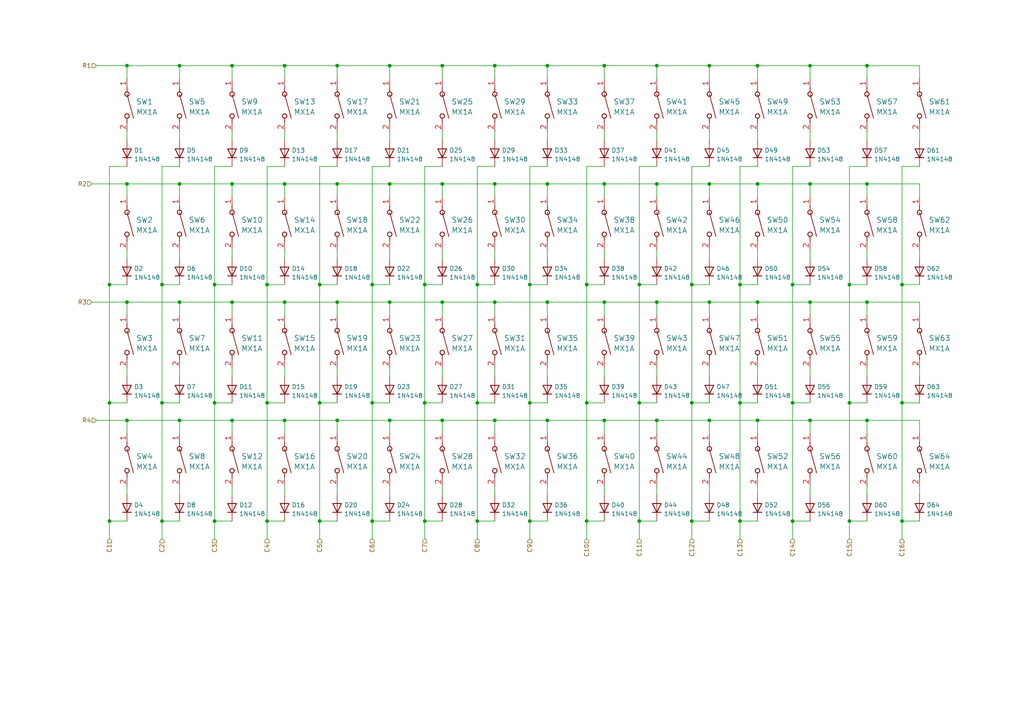
<source format=kicad_sch>
(kicad_sch (version 20231120) (generator "eeschema") (generator_version "8.0")
  (paper "A4")
  (junction (at 170.18 116.84))
  (junction (at 138.43 116.84))
  (junction (at 82.55 87.63))
  (junction (at 62.23 82.55))
  (junction (at 219.71 53.34))
  (junction (at 185.42 151.13))
  (junction (at 153.67 151.13))
  (junction (at 185.42 116.84))
  (junction (at 52.07 53.34))
  (junction (at 170.18 82.55))
  (junction (at 219.71 121.92))
  (junction (at 128.27 19.05))
  (junction (at 261.62 116.84))
  (junction (at 52.07 19.05))
  (junction (at 36.83 87.63))
  (junction (at 185.42 82.55))
  (junction (at 46.99 116.84))
  (junction (at 92.71 116.84))
  (junction (at 143.51 53.34))
  (junction (at 214.63 151.13))
  (junction (at 175.26 87.63))
  (junction (at 175.26 121.92))
  (junction (at 31.75 82.55))
  (junction (at 113.03 53.34))
  (junction (at 229.87 116.84))
  (junction (at 200.66 82.55))
  (junction (at 128.27 53.34))
  (junction (at 138.43 151.13))
  (junction (at 219.71 19.05))
  (junction (at 97.79 121.92))
  (junction (at 77.47 116.84))
  (junction (at 92.71 151.13))
  (junction (at 190.5 121.92))
  (junction (at 219.71 87.63))
  (junction (at 77.47 151.13))
  (junction (at 128.27 121.92))
  (junction (at 143.51 19.05))
  (junction (at 67.31 53.34))
  (junction (at 175.26 19.05))
  (junction (at 153.67 116.84))
  (junction (at 138.43 82.55))
  (junction (at 123.19 116.84))
  (junction (at 128.27 87.63))
  (junction (at 229.87 82.55))
  (junction (at 246.38 116.84))
  (junction (at 67.31 121.92))
  (junction (at 67.31 19.05))
  (junction (at 251.46 53.34))
  (junction (at 158.75 19.05))
  (junction (at 200.66 116.84))
  (junction (at 52.07 87.63))
  (junction (at 251.46 19.05))
  (junction (at 113.03 19.05))
  (junction (at 143.51 87.63))
  (junction (at 92.71 82.55))
  (junction (at 261.62 82.55))
  (junction (at 153.67 82.55))
  (junction (at 246.38 151.13))
  (junction (at 234.95 87.63))
  (junction (at 234.95 19.05))
  (junction (at 205.74 19.05))
  (junction (at 46.99 151.13))
  (junction (at 190.5 53.34))
  (junction (at 205.74 53.34))
  (junction (at 123.19 82.55))
  (junction (at 107.95 116.84))
  (junction (at 107.95 151.13))
  (junction (at 36.83 53.34))
  (junction (at 205.74 87.63))
  (junction (at 158.75 53.34))
  (junction (at 62.23 116.84))
  (junction (at 214.63 116.84))
  (junction (at 67.31 87.63))
  (junction (at 175.26 53.34))
  (junction (at 82.55 19.05))
  (junction (at 170.18 151.13))
  (junction (at 82.55 53.34))
  (junction (at 158.75 121.92))
  (junction (at 113.03 121.92))
  (junction (at 234.95 121.92))
  (junction (at 123.19 151.13))
  (junction (at 261.62 151.13))
  (junction (at 31.75 151.13))
  (junction (at 143.51 121.92))
  (junction (at 107.95 82.55))
  (junction (at 97.79 19.05))
  (junction (at 234.95 53.34))
  (junction (at 113.03 87.63))
  (junction (at 31.75 116.84))
  (junction (at 251.46 87.63))
  (junction (at 246.38 82.55))
  (junction (at 158.75 87.63))
  (junction (at 36.83 121.92))
  (junction (at 190.5 19.05))
  (junction (at 46.99 82.55))
  (junction (at 62.23 151.13))
  (junction (at 229.87 151.13))
  (junction (at 200.66 151.13))
  (junction (at 190.5 87.63))
  (junction (at 97.79 87.63))
  (junction (at 251.46 121.92))
  (junction (at 97.79 53.34))
  (junction (at 82.55 121.92))
  (junction (at 36.83 19.05))
  (junction (at 52.07 121.92))
  (junction (at 205.74 121.92))
  (junction (at 77.47 82.55))
  (junction (at 214.63 82.55))
  (wire (pts (xy 158.75 74.93) (xy 158.75 72.39)))
  (wire (pts (xy 31.75 48.26) (xy 31.75 82.55)))
  (wire (pts (xy 219.71 87.63) (xy 219.71 91.44)))
  (wire (pts (xy 229.87 116.84) (xy 229.87 151.13)))
  (wire (pts (xy 31.75 151.13) (xy 36.83 151.13)))
  (wire (pts (xy 62.23 151.13) (xy 67.31 151.13)))
  (wire (pts (xy 67.31 40.64) (xy 67.31 38.1)))
  (wire (pts (xy 36.83 87.63) (xy 52.07 87.63)))
  (wire (pts (xy 31.75 82.55) (xy 31.75 116.84)))
  (wire (pts (xy 266.7 53.34) (xy 266.7 57.15)))
  (wire (pts (xy 219.71 53.34) (xy 234.95 53.34)))
  (wire (pts (xy 251.46 74.93) (xy 251.46 72.39)))
  (wire (pts (xy 185.42 48.26) (xy 185.42 82.55)))
  (wire (pts (xy 158.75 87.63) (xy 158.75 91.44)))
  (wire (pts (xy 158.75 121.92) (xy 175.26 121.92)))
  (wire (pts (xy 200.66 48.26) (xy 200.66 82.55)))
  (wire (pts (xy 190.5 48.26) (xy 185.42 48.26)))
  (wire (pts (xy 67.31 48.26) (xy 62.23 48.26)))
  (wire (pts (xy 46.99 116.84) (xy 46.99 151.13)))
  (wire (pts (xy 219.71 87.63) (xy 234.95 87.63)))
  (wire (pts (xy 153.67 82.55) (xy 158.75 82.55)))
  (wire (pts (xy 143.51 19.05) (xy 158.75 19.05)))
  (wire (pts (xy 175.26 87.63) (xy 190.5 87.63)))
  (wire (pts (xy 36.83 19.05) (xy 36.83 22.86)))
  (wire (pts (xy 26.67 87.63) (xy 36.83 87.63)))
  (wire (pts (xy 97.79 48.26) (xy 92.71 48.26)))
  (wire (pts (xy 143.51 87.63) (xy 143.51 91.44)))
  (wire (pts (xy 67.31 87.63) (xy 82.55 87.63)))
  (wire (pts (xy 205.74 53.34) (xy 205.74 57.15)))
  (wire (pts (xy 62.23 82.55) (xy 62.23 116.84)))
  (wire (pts (xy 170.18 116.84) (xy 170.18 151.13)))
  (wire (pts (xy 246.38 82.55) (xy 251.46 82.55)))
  (wire (pts (xy 246.38 82.55) (xy 246.38 116.84)))
  (wire (pts (xy 246.38 48.26) (xy 246.38 82.55)))
  (wire (pts (xy 175.26 143.51) (xy 175.26 140.97)))
  (wire (pts (xy 128.27 40.64) (xy 128.27 38.1)))
  (wire (pts (xy 67.31 53.34) (xy 67.31 57.15)))
  (wire (pts (xy 229.87 82.55) (xy 234.95 82.55)))
  (wire (pts (xy 251.46 109.22) (xy 251.46 106.68)))
  (wire (pts (xy 229.87 116.84) (xy 234.95 116.84)))
  (wire (pts (xy 205.74 109.22) (xy 205.74 106.68)))
  (wire (pts (xy 92.71 151.13) (xy 92.71 156.21)))
  (wire (pts (xy 261.62 151.13) (xy 266.7 151.13)))
  (wire (pts (xy 113.03 87.63) (xy 113.03 91.44)))
  (wire (pts (xy 175.26 121.92) (xy 190.5 121.92)))
  (wire (pts (xy 153.67 151.13) (xy 158.75 151.13)))
  (wire (pts (xy 190.5 143.51) (xy 190.5 140.97)))
  (wire (pts (xy 128.27 143.51) (xy 128.27 140.97)))
  (wire (pts (xy 52.07 19.05) (xy 52.07 22.86)))
  (wire (pts (xy 107.95 48.26) (xy 107.95 82.55)))
  (wire (pts (xy 219.71 109.22) (xy 219.71 106.68)))
  (wire (pts (xy 143.51 121.92) (xy 143.51 125.73)))
  (wire (pts (xy 246.38 151.13) (xy 251.46 151.13)))
  (wire (pts (xy 113.03 121.92) (xy 128.27 121.92)))
  (wire (pts (xy 62.23 151.13) (xy 62.23 156.21)))
  (wire (pts (xy 92.71 151.13) (xy 97.79 151.13)))
  (wire (pts (xy 138.43 82.55) (xy 143.51 82.55)))
  (wire (pts (xy 113.03 87.63) (xy 128.27 87.63)))
  (wire (pts (xy 251.46 48.26) (xy 246.38 48.26)))
  (wire (pts (xy 92.71 48.26) (xy 92.71 82.55)))
  (wire (pts (xy 92.71 116.84) (xy 92.71 151.13)))
  (wire (pts (xy 46.99 82.55) (xy 46.99 116.84)))
  (wire (pts (xy 82.55 121.92) (xy 97.79 121.92)))
  (wire (pts (xy 185.42 116.84) (xy 185.42 151.13)))
  (wire (pts (xy 175.26 19.05) (xy 190.5 19.05)))
  (wire (pts (xy 266.7 74.93) (xy 266.7 72.39)))
  (wire (pts (xy 77.47 48.26) (xy 77.47 82.55)))
  (wire (pts (xy 62.23 48.26) (xy 62.23 82.55)))
  (wire (pts (xy 266.7 143.51) (xy 266.7 140.97)))
  (wire (pts (xy 36.83 74.93) (xy 36.83 72.39)))
  (wire (pts (xy 175.26 74.93) (xy 175.26 72.39)))
  (wire (pts (xy 27.94 121.92) (xy 36.83 121.92)))
  (wire (pts (xy 175.26 48.26) (xy 170.18 48.26)))
  (wire (pts (xy 82.55 19.05) (xy 82.55 22.86)))
  (wire (pts (xy 31.75 116.84) (xy 36.83 116.84)))
  (wire (pts (xy 190.5 53.34) (xy 190.5 57.15)))
  (wire (pts (xy 266.7 48.26) (xy 261.62 48.26)))
  (wire (pts (xy 107.95 151.13) (xy 113.03 151.13)))
  (wire (pts (xy 261.62 116.84) (xy 261.62 151.13)))
  (wire (pts (xy 175.26 53.34) (xy 190.5 53.34)))
  (wire (pts (xy 123.19 116.84) (xy 123.19 151.13)))
  (wire (pts (xy 97.79 109.22) (xy 97.79 106.68)))
  (wire (pts (xy 52.07 121.92) (xy 67.31 121.92)))
  (wire (pts (xy 205.74 74.93) (xy 205.74 72.39)))
  (wire (pts (xy 36.83 143.51) (xy 36.83 140.97)))
  (wire (pts (xy 113.03 121.92) (xy 113.03 125.73)))
  (wire (pts (xy 175.26 121.92) (xy 175.26 125.73)))
  (wire (pts (xy 123.19 151.13) (xy 128.27 151.13)))
  (wire (pts (xy 214.63 82.55) (xy 219.71 82.55)))
  (wire (pts (xy 190.5 87.63) (xy 205.74 87.63)))
  (wire (pts (xy 62.23 116.84) (xy 67.31 116.84)))
  (wire (pts (xy 158.75 53.34) (xy 175.26 53.34)))
  (wire (pts (xy 153.67 151.13) (xy 153.67 156.21)))
  (wire (pts (xy 190.5 19.05) (xy 190.5 22.86)))
  (wire (pts (xy 185.42 82.55) (xy 190.5 82.55)))
  (wire (pts (xy 82.55 19.05) (xy 97.79 19.05)))
  (wire (pts (xy 153.67 116.84) (xy 153.67 151.13)))
  (wire (pts (xy 97.79 87.63) (xy 97.79 91.44)))
  (wire (pts (xy 123.19 48.26) (xy 123.19 82.55)))
  (wire (pts (xy 175.26 53.34) (xy 175.26 57.15)))
  (wire (pts (xy 200.66 82.55) (xy 200.66 116.84)))
  (wire (pts (xy 36.83 53.34) (xy 52.07 53.34)))
  (wire (pts (xy 107.95 151.13) (xy 107.95 156.21)))
  (wire (pts (xy 143.51 40.64) (xy 143.51 38.1)))
  (wire (pts (xy 113.03 53.34) (xy 128.27 53.34)))
  (wire (pts (xy 82.55 109.22) (xy 82.55 106.68)))
  (wire (pts (xy 46.99 116.84) (xy 52.07 116.84)))
  (wire (pts (xy 219.71 143.51) (xy 219.71 140.97)))
  (wire (pts (xy 200.66 116.84) (xy 205.74 116.84)))
  (wire (pts (xy 123.19 116.84) (xy 128.27 116.84)))
  (wire (pts (xy 246.38 116.84) (xy 251.46 116.84)))
  (wire (pts (xy 143.51 121.92) (xy 158.75 121.92)))
  (wire (pts (xy 266.7 109.22) (xy 266.7 106.68)))
  (wire (pts (xy 219.71 53.34) (xy 219.71 57.15)))
  (wire (pts (xy 113.03 74.93) (xy 113.03 72.39)))
  (wire (pts (xy 261.62 48.26) (xy 261.62 82.55)))
  (wire (pts (xy 128.27 121.92) (xy 128.27 125.73)))
  (wire (pts (xy 138.43 151.13) (xy 143.51 151.13)))
  (wire (pts (xy 113.03 53.34) (xy 113.03 57.15)))
  (wire (pts (xy 36.83 109.22) (xy 36.83 106.68)))
  (wire (pts (xy 200.66 82.55) (xy 205.74 82.55)))
  (wire (pts (xy 234.95 48.26) (xy 229.87 48.26)))
  (wire (pts (xy 82.55 53.34) (xy 82.55 57.15)))
  (wire (pts (xy 219.71 74.93) (xy 219.71 72.39)))
  (wire (pts (xy 158.75 48.26) (xy 153.67 48.26)))
  (wire (pts (xy 153.67 116.84) (xy 158.75 116.84)))
  (wire (pts (xy 143.51 19.05) (xy 143.51 22.86)))
  (wire (pts (xy 234.95 40.64) (xy 234.95 38.1)))
  (wire (pts (xy 52.07 87.63) (xy 52.07 91.44)))
  (wire (pts (xy 46.99 151.13) (xy 46.99 156.21)))
  (wire (pts (xy 36.83 121.92) (xy 52.07 121.92)))
  (wire (pts (xy 190.5 109.22) (xy 190.5 106.68)))
  (wire (pts (xy 170.18 82.55) (xy 170.18 116.84)))
  (wire (pts (xy 113.03 19.05) (xy 128.27 19.05)))
  (wire (pts (xy 97.79 19.05) (xy 113.03 19.05)))
  (wire (pts (xy 234.95 19.05) (xy 251.46 19.05)))
  (wire (pts (xy 190.5 121.92) (xy 190.5 125.73)))
  (wire (pts (xy 219.71 19.05) (xy 234.95 19.05)))
  (wire (pts (xy 205.74 87.63) (xy 219.71 87.63)))
  (wire (pts (xy 52.07 109.22) (xy 52.07 106.68)))
  (wire (pts (xy 67.31 19.05) (xy 67.31 22.86)))
  (wire (pts (xy 261.62 82.55) (xy 261.62 116.84)))
  (wire (pts (xy 219.71 19.05) (xy 219.71 22.86)))
  (wire (pts (xy 205.74 143.51) (xy 205.74 140.97)))
  (wire (pts (xy 97.79 40.64) (xy 97.79 38.1)))
  (wire (pts (xy 143.51 87.63) (xy 158.75 87.63)))
  (wire (pts (xy 214.63 82.55) (xy 214.63 116.84)))
  (wire (pts (xy 138.43 116.84) (xy 143.51 116.84)))
  (wire (pts (xy 205.74 19.05) (xy 205.74 22.86)))
  (wire (pts (xy 36.83 87.63) (xy 36.83 91.44)))
  (wire (pts (xy 170.18 116.84) (xy 175.26 116.84)))
  (wire (pts (xy 31.75 82.55) (xy 36.83 82.55)))
  (wire (pts (xy 190.5 53.34) (xy 205.74 53.34)))
  (wire (pts (xy 170.18 151.13) (xy 175.26 151.13)))
  (wire (pts (xy 153.67 48.26) (xy 153.67 82.55)))
  (wire (pts (xy 107.95 82.55) (xy 107.95 116.84)))
  (wire (pts (xy 77.47 82.55) (xy 82.55 82.55)))
  (wire (pts (xy 67.31 121.92) (xy 67.31 125.73)))
  (wire (pts (xy 138.43 151.13) (xy 138.43 156.21)))
  (wire (pts (xy 52.07 19.05) (xy 67.31 19.05)))
  (wire (pts (xy 31.75 151.13) (xy 31.75 156.21)))
  (wire (pts (xy 158.75 19.05) (xy 175.26 19.05)))
  (wire (pts (xy 251.46 19.05) (xy 266.7 19.05)))
  (wire (pts (xy 143.51 48.26) (xy 138.43 48.26)))
  (wire (pts (xy 190.5 40.64) (xy 190.5 38.1)))
  (wire (pts (xy 77.47 116.84) (xy 77.47 151.13)))
  (wire (pts (xy 128.27 74.93) (xy 128.27 72.39)))
  (wire (pts (xy 175.26 87.63) (xy 175.26 91.44)))
  (wire (pts (xy 107.95 116.84) (xy 107.95 151.13)))
  (wire (pts (xy 138.43 116.84) (xy 138.43 151.13)))
  (wire (pts (xy 251.46 53.34) (xy 251.46 57.15)))
  (wire (pts (xy 92.71 82.55) (xy 92.71 116.84)))
  (wire (pts (xy 62.23 82.55) (xy 67.31 82.55)))
  (wire (pts (xy 97.79 74.93) (xy 97.79 72.39)))
  (wire (pts (xy 52.07 143.51) (xy 52.07 140.97)))
  (wire (pts (xy 97.79 53.34) (xy 113.03 53.34)))
  (wire (pts (xy 52.07 121.92) (xy 52.07 125.73)))
  (wire (pts (xy 143.51 143.51) (xy 143.51 140.97)))
  (wire (pts (xy 36.83 40.64) (xy 36.83 38.1)))
  (wire (pts (xy 92.71 82.55) (xy 97.79 82.55)))
  (wire (pts (xy 190.5 19.05) (xy 205.74 19.05)))
  (wire (pts (xy 185.42 151.13) (xy 190.5 151.13)))
  (wire (pts (xy 205.74 19.05) (xy 219.71 19.05)))
  (wire (pts (xy 67.31 53.34) (xy 82.55 53.34)))
  (wire (pts (xy 67.31 19.05) (xy 82.55 19.05)))
  (wire (pts (xy 234.95 121.92) (xy 234.95 125.73)))
  (wire (pts (xy 185.42 116.84) (xy 190.5 116.84)))
  (wire (pts (xy 52.07 53.34) (xy 67.31 53.34)))
  (wire (pts (xy 170.18 48.26) (xy 170.18 82.55)))
  (wire (pts (xy 128.27 53.34) (xy 128.27 57.15)))
  (wire (pts (xy 229.87 151.13) (xy 229.87 156.21)))
  (wire (pts (xy 82.55 48.26) (xy 77.47 48.26)))
  (wire (pts (xy 229.87 151.13) (xy 234.95 151.13)))
  (wire (pts (xy 205.74 87.63) (xy 205.74 91.44)))
  (wire (pts (xy 158.75 143.51) (xy 158.75 140.97)))
  (wire (pts (xy 82.55 121.92) (xy 82.55 125.73)))
  (wire (pts (xy 251.46 121.92) (xy 251.46 125.73)))
  (wire (pts (xy 251.46 53.34) (xy 266.7 53.34)))
  (wire (pts (xy 36.83 48.26) (xy 31.75 48.26)))
  (wire (pts (xy 158.75 87.63) (xy 175.26 87.63)))
  (wire (pts (xy 97.79 19.05) (xy 97.79 22.86)))
  (wire (pts (xy 82.55 87.63) (xy 82.55 91.44)))
  (wire (pts (xy 175.26 109.22) (xy 175.26 106.68)))
  (wire (pts (xy 214.63 151.13) (xy 219.71 151.13)))
  (wire (pts (xy 77.47 151.13) (xy 82.55 151.13)))
  (wire (pts (xy 214.63 116.84) (xy 219.71 116.84)))
  (wire (pts (xy 77.47 151.13) (xy 77.47 156.21)))
  (wire (pts (xy 67.31 87.63) (xy 67.31 91.44)))
  (wire (pts (xy 52.07 40.64) (xy 52.07 38.1)))
  (wire (pts (xy 97.79 143.51) (xy 97.79 140.97)))
  (wire (pts (xy 82.55 40.64) (xy 82.55 38.1)))
  (wire (pts (xy 143.51 53.34) (xy 143.51 57.15)))
  (wire (pts (xy 26.67 53.34) (xy 36.83 53.34)))
  (wire (pts (xy 46.99 48.26) (xy 46.99 82.55)))
  (wire (pts (xy 266.7 121.92) (xy 266.7 125.73)))
  (wire (pts (xy 128.27 19.05) (xy 128.27 22.86)))
  (wire (pts (xy 251.46 87.63) (xy 251.46 91.44)))
  (wire (pts (xy 62.23 116.84) (xy 62.23 151.13)))
  (wire (pts (xy 261.62 116.84) (xy 266.7 116.84)))
  (wire (pts (xy 138.43 82.55) (xy 138.43 116.84)))
  (wire (pts (xy 97.79 121.92) (xy 113.03 121.92)))
  (wire (pts (xy 128.27 53.34) (xy 143.51 53.34)))
  (wire (pts (xy 158.75 109.22) (xy 158.75 106.68)))
  (wire (pts (xy 97.79 53.34) (xy 97.79 57.15)))
  (wire (pts (xy 219.71 40.64) (xy 219.71 38.1)))
  (wire (pts (xy 200.66 151.13) (xy 200.66 156.21)))
  (wire (pts (xy 205.74 53.34) (xy 219.71 53.34)))
  (wire (pts (xy 266.7 87.63) (xy 266.7 91.44)))
  (wire (pts (xy 36.83 53.34) (xy 36.83 57.15)))
  (wire (pts (xy 266.7 40.64) (xy 266.7 38.1)))
  (wire (pts (xy 229.87 82.55) (xy 229.87 116.84)))
  (wire (pts (xy 170.18 151.13) (xy 170.18 156.21)))
  (wire (pts (xy 214.63 48.26) (xy 214.63 82.55)))
  (wire (pts (xy 77.47 116.84) (xy 82.55 116.84)))
  (wire (pts (xy 36.83 121.92) (xy 36.83 125.73)))
  (wire (pts (xy 251.46 87.63) (xy 266.7 87.63)))
  (wire (pts (xy 67.31 109.22) (xy 67.31 106.68)))
  (wire (pts (xy 214.63 151.13) (xy 214.63 156.21)))
  (wire (pts (xy 251.46 19.05) (xy 251.46 22.86)))
  (wire (pts (xy 234.95 87.63) (xy 234.95 91.44)))
  (wire (pts (xy 205.74 48.26) (xy 200.66 48.26)))
  (wire (pts (xy 128.27 87.63) (xy 128.27 91.44)))
  (wire (pts (xy 234.95 19.05) (xy 234.95 22.86)))
  (wire (pts (xy 246.38 116.84) (xy 246.38 151.13)))
  (wire (pts (xy 123.19 82.55) (xy 128.27 82.55)))
  (wire (pts (xy 251.46 121.92) (xy 266.7 121.92)))
  (wire (pts (xy 77.47 82.55) (xy 77.47 116.84)))
  (wire (pts (xy 36.83 19.05) (xy 52.07 19.05)))
  (wire (pts (xy 234.95 121.92) (xy 251.46 121.92)))
  (wire (pts (xy 82.55 74.93) (xy 82.55 72.39)))
  (wire (pts (xy 52.07 48.26) (xy 46.99 48.26)))
  (wire (pts (xy 205.74 121.92) (xy 205.74 125.73)))
  (wire (pts (xy 113.03 40.64) (xy 113.03 38.1)))
  (wire (pts (xy 158.75 53.34) (xy 158.75 57.15)))
  (wire (pts (xy 143.51 74.93) (xy 143.51 72.39)))
  (wire (pts (xy 261.62 151.13) (xy 261.62 156.21)))
  (wire (pts (xy 128.27 48.26) (xy 123.19 48.26)))
  (wire (pts (xy 190.5 121.92) (xy 205.74 121.92)))
  (wire (pts (xy 219.71 121.92) (xy 219.71 125.73)))
  (wire (pts (xy 261.62 82.55) (xy 266.7 82.55)))
  (wire (pts (xy 234.95 53.34) (xy 251.46 53.34)))
  (wire (pts (xy 46.99 82.55) (xy 52.07 82.55)))
  (wire (pts (xy 123.19 82.55) (xy 123.19 116.84)))
  (wire (pts (xy 113.03 19.05) (xy 113.03 22.86)))
  (wire (pts (xy 170.18 82.55) (xy 175.26 82.55)))
  (wire (pts (xy 158.75 40.64) (xy 158.75 38.1)))
  (wire (pts (xy 234.95 53.34) (xy 234.95 57.15)))
  (wire (pts (xy 219.71 121.92) (xy 234.95 121.92)))
  (wire (pts (xy 82.55 53.34) (xy 97.79 53.34)))
  (wire (pts (xy 113.03 143.51) (xy 113.03 140.97)))
  (wire (pts (xy 219.71 48.26) (xy 214.63 48.26)))
  (wire (pts (xy 153.67 82.55) (xy 153.67 116.84)))
  (wire (pts (xy 52.07 87.63) (xy 67.31 87.63)))
  (wire (pts (xy 190.5 87.63) (xy 190.5 91.44)))
  (wire (pts (xy 251.46 143.51) (xy 251.46 140.97)))
  (wire (pts (xy 251.46 40.64) (xy 251.46 38.1)))
  (wire (pts (xy 229.87 48.26) (xy 229.87 82.55)))
  (wire (pts (xy 200.66 116.84) (xy 200.66 151.13)))
  (wire (pts (xy 175.26 40.64) (xy 175.26 38.1)))
  (wire (pts (xy 82.55 87.63) (xy 97.79 87.63)))
  (wire (pts (xy 200.66 151.13) (xy 205.74 151.13)))
  (wire (pts (xy 158.75 19.05) (xy 158.75 22.86)))
  (wire (pts (xy 123.19 151.13) (xy 123.19 156.21)))
  (wire (pts (xy 113.03 109.22) (xy 113.03 106.68)))
  (wire (pts (xy 266.7 19.05) (xy 266.7 22.86)))
  (wire (pts (xy 82.55 143.51) (xy 82.55 140.97)))
  (wire (pts (xy 107.95 116.84) (xy 113.03 116.84)))
  (wire (pts (xy 214.63 116.84) (xy 214.63 151.13)))
  (wire (pts (xy 128.27 87.63) (xy 143.51 87.63)))
  (wire (pts (xy 52.07 53.34) (xy 52.07 57.15)))
  (wire (pts (xy 185.42 82.55) (xy 185.42 116.84)))
  (wire (pts (xy 92.71 116.84) (xy 97.79 116.84)))
  (wire (pts (xy 185.42 151.13) (xy 185.42 156.21)))
  (wire (pts (xy 52.07 74.93) (xy 52.07 72.39)))
  (wire (pts (xy 234.95 74.93) (xy 234.95 72.39)))
  (wire (pts (xy 246.38 151.13) (xy 246.38 156.21)))
  (wire (pts (xy 67.31 143.51) (xy 67.31 140.97)))
  (wire (pts (xy 143.51 53.34) (xy 158.75 53.34)))
  (wire (pts (xy 128.27 19.05) (xy 143.51 19.05)))
  (wire (pts (xy 67.31 74.93) (xy 67.31 72.39)))
  (wire (pts (xy 97.79 121.92) (xy 97.79 125.73)))
  (wire (pts (xy 31.75 116.84) (xy 31.75 151.13)))
  (wire (pts (xy 138.43 48.26) (xy 138.43 82.55)))
  (wire (pts (xy 113.03 48.26) (xy 107.95 48.26)))
  (wire (pts (xy 107.95 82.55) (xy 113.03 82.55)))
  (wire (pts (xy 175.26 19.05) (xy 175.26 22.86)))
  (wire (pts (xy 97.79 87.63) (xy 113.03 87.63)))
  (wire (pts (xy 234.95 109.22) (xy 234.95 106.68)))
  (wire (pts (xy 234.95 87.63) (xy 251.46 87.63)))
  (wire (pts (xy 128.27 109.22) (xy 128.27 106.68)))
  (wire (pts (xy 46.99 151.13) (xy 52.07 151.13)))
  (wire (pts (xy 234.95 143.51) (xy 234.95 140.97)))
  (wire (pts (xy 27.94 19.05) (xy 36.83 19.05)))
  (wire (pts (xy 205.74 40.64) (xy 205.74 38.1)))
  (wire (pts (xy 143.51 109.22) (xy 143.51 106.68)))
  (wire (pts (xy 67.31 121.92) (xy 82.55 121.92)))
  (wire (pts (xy 190.5 74.93) (xy 190.5 72.39)))
  (wire (pts (xy 205.74 121.92) (xy 219.71 121.92)))
  (wire (pts (xy 158.75 121.92) (xy 158.75 125.73)))
  (wire (pts (xy 128.27 121.92) (xy 143.51 121.92)))
  (hierarchical_label "R3" (shape input) (at 26.67 87.63 180))
  (hierarchical_label "C11" (shape input) (at 185.42 156.21 270))
  (hierarchical_label "C9" (shape input) (at 153.67 156.21 270))
  (hierarchical_label "C5" (shape input) (at 92.71 156.21 270))
  (hierarchical_label "C14" (shape input) (at 229.87 156.21 270))
  (hierarchical_label "C13" (shape input) (at 214.63 156.21 270))
  (hierarchical_label "C16" (shape input) (at 261.62 156.21 270))
  (hierarchical_label "C6" (shape input) (at 107.95 156.21 270))
  (hierarchical_label "C7" (shape input) (at 123.19 156.21 270))
  (hierarchical_label "C8" (shape input) (at 138.43 156.21 270))
  (hierarchical_label "C12" (shape input) (at 200.66 156.21 270))
  (hierarchical_label "C4" (shape input) (at 77.47 156.21 270))
  (hierarchical_label "R1" (shape input) (at 27.94 19.05 180))
  (hierarchical_label "C10" (shape input) (at 170.18 156.21 270))
  (hierarchical_label "R4" (shape input) (at 27.94 121.92 180))
  (hierarchical_label "C15" (shape input) (at 246.38 156.21 270))
  (hierarchical_label "R2" (shape input) (at 26.67 53.34 180))
  (hierarchical_label "C3" (shape input) (at 62.23 156.21 270))
  (hierarchical_label "C2" (shape input) (at 46.99 156.21 270))
  (hierarchical_label "C1" (shape input) (at 31.75 156.21 270))
  (symbol (lib_id "keyboard-rescue:MX1A-E1NW-2021-12-18_07-23-51") (at 67.31 91.44 270) (unit 1)
    (property "Reference" "SW11" (at 69.9516 98.0838 90) (effects (font (size 1.524 1.524)) (justify left)))
    (property "Value" "MX1A" (at 69.9516 101.0772 90) (effects (font (size 1.524 1.524)) (justify left)))
    (property "Footprint" "Button_Switch_Keyboard:SW_Cherry_MX_1.00u_PCB" (effects (hide yes)))
  )
  (symbol (lib_id "keyboard-rescue:MX1A-E1NW-2021-12-18_07-23-51") (at 234.95 22.86 270) (unit 1)
    (property "Reference" "SW53" (at 237.5916 29.5038 90) (effects (font (size 1.524 1.524)) (justify left)))
    (property "Value" "MX1A" (at 237.5916 32.4972 90) (effects (font (size 1.524 1.524)) (justify left)))
    (property "Footprint" "Button_Switch_Keyboard:SW_Cherry_MX_1.00u_PCB" (effects (hide yes)))
  )
  (symbol (lib_id "keyboard-rescue:MX1A-E1NW-2021-12-18_07-23-51") (at 97.79 57.15 270) (unit 1)
    (property "Reference" "SW18" (at 100.4316 63.7938 90) (effects (font (size 1.524 1.524)) (justify left)))
    (property "Value" "MX1A" (at 100.4316 66.7872 90) (effects (font (size 1.524 1.524)) (justify left)))
    (property "Footprint" "Button_Switch_Keyboard:SW_Cherry_MX_1.00u_PCB" (effects (hide yes)))
  )
  (symbol (lib_id "keyboard-rescue:MX1A-E1NW-2021-12-18_07-23-51") (at 205.74 125.73 270) (unit 1)
    (property "Reference" "SW48" (at 208.3816 132.3738 90) (effects (font (size 1.524 1.524)) (justify left)))
    (property "Value" "MX1A" (at 208.3816 135.3672 90) (effects (font (size 1.524 1.524)) (justify left)))
    (property "Footprint" "Button_Switch_Keyboard:SW_Cherry_MX_1.00u_PCB" (effects (hide yes)))
  )
  (symbol (lib_id "keyboard-rescue:MX1A-E1NW-2021-12-18_07-23-51") (at 82.55 91.44 270) (unit 1)
    (property "Reference" "SW15" (at 85.1916 98.0838 90) (effects (font (size 1.524 1.524)) (justify left)))
    (property "Value" "MX1A" (at 85.1916 101.0772 90) (effects (font (size 1.524 1.524)) (justify left)))
    (property "Footprint" "Button_Switch_Keyboard:SW_Cherry_MX_1.00u_PCB" (effects (hide yes)))
  )
  (symbol (lib_id "keyboard-rescue:MX1A-E1NW-2021-12-18_07-23-51") (at 266.7 125.73 270) (unit 1)
    (property "Reference" "SW64" (at 269.3416 132.3738 90) (effects (font (size 1.524 1.524)) (justify left)))
    (property "Value" "MX1A" (at 269.3416 135.3672 90) (effects (font (size 1.524 1.524)) (justify left)))
    (property "Footprint" "Button_Switch_Keyboard:SW_Cherry_MX_1.00u_PCB" (effects (hide yes)))
  )
  (symbol (lib_id "keyboard-rescue:MX1A-E1NW-2021-12-18_07-23-51") (at 82.55 125.73 270) (unit 1)
    (property "Reference" "SW16" (at 85.1916 132.3738 90) (effects (font (size 1.524 1.524)) (justify left)))
    (property "Value" "MX1A" (at 85.1916 135.3672 90) (effects (font (size 1.524 1.524)) (justify left)))
    (property "Footprint" "Button_Switch_Keyboard:SW_Cherry_MX_1.00u_PCB" (effects (hide yes)))
  )
  (symbol (lib_id "Diode:1N4148") (at 67.31 44.45 90) (unit 1)
    (property "Reference" "D9" (at 69.342 43.6153 90) (effects (justify right)))
    (property "Value" "1N4148" (at 69.342 46.1522 90) (effects (justify right)))
    (property "Footprint" "Diode_SMD:D_0805_2012Metric_Pad1.15x1.40mm_HandSolder" (effects (hide yes)))
    (property "Datasheet" "https://assets.nexperia.com/documents/data-sheet/1N4148_1N4448.pdf" (effects (hide yes)))
  )
  (symbol (lib_id "keyboard-rescue:MX1A-E1NW-2021-12-18_07-23-51") (at 158.75 22.86 270) (unit 1)
    (property "Reference" "SW33" (at 161.3916 29.5038 90) (effects (font (size 1.524 1.524)) (justify left)))
    (property "Value" "MX1A" (at 161.3916 32.4972 90) (effects (font (size 1.524 1.524)) (justify left)))
    (property "Footprint" "Button_Switch_Keyboard:SW_Cherry_MX_1.00u_PCB" (effects (hide yes)))
  )
  (symbol (lib_id "keyboard-rescue:MX1A-E1NW-2021-12-18_07-23-51") (at 128.27 125.73 270) (unit 1)
    (property "Reference" "SW28" (at 130.9116 132.3738 90) (effects (font (size 1.524 1.524)) (justify left)))
    (property "Value" "MX1A" (at 130.9116 135.3672 90) (effects (font (size 1.524 1.524)) (justify left)))
    (property "Footprint" "Button_Switch_Keyboard:SW_Cherry_MX_1.00u_PCB" (effects (hide yes)))
  )
  (symbol (lib_id "Diode:1N4148") (at 175.26 113.03 90) (unit 1)
    (property "Reference" "D39" (at 177.292 112.1953 90) (effects (justify right)))
    (property "Value" "1N4148" (at 177.292 114.7322 90) (effects (justify right)))
    (property "Footprint" "Diode_SMD:D_0805_2012Metric_Pad1.15x1.40mm_HandSolder" (effects (hide yes)))
    (property "Datasheet" "https://assets.nexperia.com/documents/data-sheet/1N4148_1N4448.pdf" (effects (hide yes)))
  )
  (symbol (lib_id "keyboard-rescue:MX1A-E1NW-2021-12-18_07-23-51") (at 175.26 22.86 270) (unit 1)
    (property "Reference" "SW37" (at 177.9016 29.5038 90) (effects (font (size 1.524 1.524)) (justify left)))
    (property "Value" "MX1A" (at 177.9016 32.4972 90) (effects (font (size 1.524 1.524)) (justify left)))
    (property "Footprint" "Button_Switch_Keyboard:SW_Cherry_MX_1.00u_PCB" (effects (hide yes)))
  )
  (symbol (lib_id "Diode:1N4148") (at 67.31 147.32 90) (unit 1)
    (property "Reference" "D12" (at 69.342 146.4853 90) (effects (justify right)))
    (property "Value" "1N4148" (at 69.342 149.0222 90) (effects (justify right)))
    (property "Footprint" "Diode_SMD:D_0805_2012Metric_Pad1.15x1.40mm_HandSolder" (effects (hide yes)))
    (property "Datasheet" "https://assets.nexperia.com/documents/data-sheet/1N4148_1N4448.pdf" (effects (hide yes)))
  )
  (symbol (lib_id "Diode:1N4148") (at 128.27 147.32 90) (unit 1)
    (property "Reference" "D28" (at 130.302 146.4853 90) (effects (justify right)))
    (property "Value" "1N4148" (at 130.302 149.0222 90) (effects (justify right)))
    (property "Footprint" "Diode_SMD:D_0805_2012Metric_Pad1.15x1.40mm_HandSolder" (effects (hide yes)))
    (property "Datasheet" "https://assets.nexperia.com/documents/data-sheet/1N4148_1N4448.pdf" (effects (hide yes)))
  )
  (symbol (lib_id "Diode:1N4148") (at 52.07 44.45 90) (unit 1)
    (property "Reference" "D5" (at 54.102 43.6153 90) (effects (justify right)))
    (property "Value" "1N4148" (at 54.102 46.1522 90) (effects (justify right)))
    (property "Footprint" "Diode_SMD:D_0805_2012Metric_Pad1.15x1.40mm_HandSolder" (effects (hide yes)))
    (property "Datasheet" "https://assets.nexperia.com/documents/data-sheet/1N4148_1N4448.pdf" (effects (hide yes)))
  )
  (symbol (lib_id "keyboard-rescue:MX1A-E1NW-2021-12-18_07-23-51") (at 175.26 91.44 270) (unit 1)
    (property "Reference" "SW39" (at 177.9016 98.0838 90) (effects (font (size 1.524 1.524)) (justify left)))
    (property "Value" "MX1A" (at 177.9016 101.0772 90) (effects (font (size 1.524 1.524)) (justify left)))
    (property "Footprint" "Button_Switch_Keyboard:SW_Cherry_MX_1.00u_PCB" (effects (hide yes)))
  )
  (symbol (lib_id "keyboard-rescue:MX1A-E1NW-2021-12-18_07-23-51") (at 36.83 125.73 270) (unit 1)
    (property "Reference" "SW4" (at 39.4716 132.3738 90) (effects (font (size 1.524 1.524)) (justify left)))
    (property "Value" "MX1A" (at 39.4716 135.3672 90) (effects (font (size 1.524 1.524)) (justify left)))
    (property "Footprint" "Button_Switch_Keyboard:SW_Cherry_MX_1.00u_PCB" (effects (hide yes)))
  )
  (symbol (lib_id "keyboard-rescue:MX1A-E1NW-2021-12-18_07-23-51") (at 113.03 57.15 270) (unit 1)
    (property "Reference" "SW22" (at 115.6716 63.7938 90) (effects (font (size 1.524 1.524)) (justify left)))
    (property "Value" "MX1A" (at 115.6716 66.7872 90) (effects (font (size 1.524 1.524)) (justify left)))
    (property "Footprint" "Button_Switch_Keyboard:SW_Cherry_MX_1.00u_PCB" (effects (hide yes)))
  )
  (symbol (lib_id "Diode:1N4148") (at 97.79 113.03 90) (unit 1)
    (property "Reference" "D19" (at 99.822 112.1953 90) (effects (justify right)))
    (property "Value" "1N4148" (at 99.822 114.7322 90) (effects (justify right)))
    (property "Footprint" "Diode_SMD:D_0805_2012Metric_Pad1.15x1.40mm_HandSolder" (effects (hide yes)))
    (property "Datasheet" "https://assets.nexperia.com/documents/data-sheet/1N4148_1N4448.pdf" (effects (hide yes)))
  )
  (symbol (lib_id "Diode:1N4148") (at 266.7 78.74 90) (unit 1)
    (property "Reference" "D62" (at 268.732 77.9053 90) (effects (justify right)))
    (property "Value" "1N4148" (at 268.732 80.4422 90) (effects (justify right)))
    (property "Footprint" "Diode_SMD:D_0805_2012Metric_Pad1.15x1.40mm_HandSolder" (effects (hide yes)))
    (property "Datasheet" "https://assets.nexperia.com/documents/data-sheet/1N4148_1N4448.pdf" (effects (hide yes)))
  )
  (symbol (lib_id "Diode:1N4148") (at 113.03 44.45 90) (unit 1)
    (property "Reference" "D21" (at 115.062 43.6153 90) (effects (justify right)))
    (property "Value" "1N4148" (at 115.062 46.1522 90) (effects (justify right)))
    (property "Footprint" "Diode_SMD:D_0805_2012Metric_Pad1.15x1.40mm_HandSolder" (effects (hide yes)))
    (property "Datasheet" "https://assets.nexperia.com/documents/data-sheet/1N4148_1N4448.pdf" (effects (hide yes)))
  )
  (symbol (lib_id "Diode:1N4148") (at 175.26 44.45 90) (unit 1)
    (property "Reference" "D37" (at 177.292 43.6153 90) (effects (justify right)))
    (property "Value" "1N4148" (at 177.292 46.1522 90) (effects (justify right)))
    (property "Footprint" "Diode_SMD:D_0805_2012Metric_Pad1.15x1.40mm_HandSolder" (effects (hide yes)))
    (property "Datasheet" "https://assets.nexperia.com/documents/data-sheet/1N4148_1N4448.pdf" (effects (hide yes)))
  )
  (symbol (lib_id "keyboard-rescue:MX1A-E1NW-2021-12-18_07-23-51") (at 219.71 57.15 270) (unit 1)
    (property "Reference" "SW50" (at 222.3516 63.7938 90) (effects (font (size 1.524 1.524)) (justify left)))
    (property "Value" "MX1A" (at 222.3516 66.7872 90) (effects (font (size 1.524 1.524)) (justify left)))
    (property "Footprint" "Button_Switch_Keyboard:SW_Cherry_MX_1.00u_PCB" (effects (hide yes)))
  )
  (symbol (lib_id "Diode:1N4148") (at 97.79 147.32 90) (unit 1)
    (property "Reference" "D20" (at 99.822 146.4853 90) (effects (justify right)))
    (property "Value" "1N4148" (at 99.822 149.0222 90) (effects (justify right)))
    (property "Footprint" "Diode_SMD:D_0805_2012Metric_Pad1.15x1.40mm_HandSolder" (effects (hide yes)))
    (property "Datasheet" "https://assets.nexperia.com/documents/data-sheet/1N4148_1N4448.pdf" (effects (hide yes)))
  )
  (symbol (lib_id "keyboard-rescue:MX1A-E1NW-2021-12-18_07-23-51") (at 266.7 22.86 270) (unit 1)
    (property "Reference" "SW61" (at 269.3416 29.5038 90) (effects (font (size 1.524 1.524)) (justify left)))
    (property "Value" "MX1A" (at 269.3416 32.4972 90) (effects (font (size 1.524 1.524)) (justify left)))
    (property "Footprint" "Button_Switch_Keyboard:SW_Cherry_MX_1.00u_PCB" (effects (hide yes)))
  )
  (symbol (lib_id "keyboard-rescue:MX1A-E1NW-2021-12-18_07-23-51") (at 190.5 91.44 270) (unit 1)
    (property "Reference" "SW43" (at 193.1416 98.0838 90) (effects (font (size 1.524 1.524)) (justify left)))
    (property "Value" "MX1A" (at 193.1416 101.0772 90) (effects (font (size 1.524 1.524)) (justify left)))
    (property "Footprint" "Button_Switch_Keyboard:SW_Cherry_MX_1.00u_PCB" (effects (hide yes)))
  )
  (symbol (lib_id "keyboard-rescue:MX1A-E1NW-2021-12-18_07-23-51") (at 205.74 57.15 270) (unit 1)
    (property "Reference" "SW46" (at 208.3816 63.7938 90) (effects (font (size 1.524 1.524)) (justify left)))
    (property "Value" "MX1A" (at 208.3816 66.7872 90) (effects (font (size 1.524 1.524)) (justify left)))
    (property "Footprint" "Button_Switch_Keyboard:SW_Cherry_MX_1.00u_PCB" (effects (hide yes)))
  )
  (symbol (lib_id "Diode:1N4148") (at 128.27 113.03 90) (unit 1)
    (property "Reference" "D27" (at 130.302 112.1953 90) (effects (justify right)))
    (property "Value" "1N4148" (at 130.302 114.7322 90) (effects (justify right)))
    (property "Footprint" "Diode_SMD:D_0805_2012Metric_Pad1.15x1.40mm_HandSolder" (effects (hide yes)))
    (property "Datasheet" "https://assets.nexperia.com/documents/data-sheet/1N4148_1N4448.pdf" (effects (hide yes)))
  )
  (symbol (lib_id "keyboard-rescue:MX1A-E1NW-2021-12-18_07-23-51") (at 97.79 125.73 270) (unit 1)
    (property "Reference" "SW20" (at 100.4316 132.3738 90) (effects (font (size 1.524 1.524)) (justify left)))
    (property "Value" "MX1A" (at 100.4316 135.3672 90) (effects (font (size 1.524 1.524)) (justify left)))
    (property "Footprint" "Button_Switch_Keyboard:SW_Cherry_MX_1.00u_PCB" (effects (hide yes)))
  )
  (symbol (lib_id "Diode:1N4148") (at 52.07 113.03 90) (unit 1)
    (property "Reference" "D7" (at 54.102 112.1953 90) (effects (justify right)))
    (property "Value" "1N4148" (at 54.102 114.7322 90) (effects (justify right)))
    (property "Footprint" "Diode_SMD:D_0805_2012Metric_Pad1.15x1.40mm_HandSolder" (effects (hide yes)))
    (property "Datasheet" "https://assets.nexperia.com/documents/data-sheet/1N4148_1N4448.pdf" (effects (hide yes)))
  )
  (symbol (lib_id "Diode:1N4148") (at 113.03 147.32 90) (unit 1)
    (property "Reference" "D24" (at 115.062 146.4853 90) (effects (justify right)))
    (property "Value" "1N4148" (at 115.062 149.0222 90) (effects (justify right)))
    (property "Footprint" "Diode_SMD:D_0805_2012Metric_Pad1.15x1.40mm_HandSolder" (effects (hide yes)))
    (property "Datasheet" "https://assets.nexperia.com/documents/data-sheet/1N4148_1N4448.pdf" (effects (hide yes)))
  )
  (symbol (lib_id "keyboard-rescue:MX1A-E1NW-2021-12-18_07-23-51") (at 266.7 57.15 270) (unit 1)
    (property "Reference" "SW62" (at 269.3416 63.7938 90) (effects (font (size 1.524 1.524)) (justify left)))
    (property "Value" "MX1A" (at 269.3416 66.7872 90) (effects (font (size 1.524 1.524)) (justify left)))
    (property "Footprint" "Button_Switch_Keyboard:SW_Cherry_MX_1.00u_PCB" (effects (hide yes)))
  )
  (symbol (lib_id "Diode:1N4148") (at 67.31 78.74 90) (unit 1)
    (property "Reference" "D10" (at 69.342 77.9053 90) (effects (justify right)))
    (property "Value" "1N4148" (at 69.342 80.4422 90) (effects (justify right)))
    (property "Footprint" "Diode_SMD:D_0805_2012Metric_Pad1.15x1.40mm_HandSolder" (effects (hide yes)))
    (property "Datasheet" "https://assets.nexperia.com/documents/data-sheet/1N4148_1N4448.pdf" (effects (hide yes)))
  )
  (symbol (lib_id "keyboard-rescue:MX1A-E1NW-2021-12-18_07-23-51") (at 266.7 91.44 270) (unit 1)
    (property "Reference" "SW63" (at 269.3416 98.0838 90) (effects (font (size 1.524 1.524)) (justify left)))
    (property "Value" "MX1A" (at 269.3416 101.0772 90) (effects (font (size 1.524 1.524)) (justify left)))
    (property "Footprint" "Button_Switch_Keyboard:SW_Cherry_MX_1.00u_PCB" (effects (hide yes)))
  )
  (symbol (lib_id "Diode:1N4148") (at 219.71 147.32 90) (unit 1)
    (property "Reference" "D52" (at 221.742 146.4853 90) (effects (justify right)))
    (property "Value" "1N4148" (at 221.742 149.0222 90) (effects (justify right)))
    (property "Footprint" "Diode_SMD:D_0805_2012Metric_Pad1.15x1.40mm_HandSolder" (effects (hide yes)))
    (property "Datasheet" "https://assets.nexperia.com/documents/data-sheet/1N4148_1N4448.pdf" (effects (hide yes)))
  )
  (symbol (lib_id "Diode:1N4148") (at 205.74 44.45 90) (unit 1)
    (property "Reference" "D45" (at 207.772 43.6153 90) (effects (justify right)))
    (property "Value" "1N4148" (at 207.772 46.1522 90) (effects (justify right)))
    (property "Footprint" "Diode_SMD:D_0805_2012Metric_Pad1.15x1.40mm_HandSolder" (effects (hide yes)))
    (property "Datasheet" "https://assets.nexperia.com/documents/data-sheet/1N4148_1N4448.pdf" (effects (hide yes)))
  )
  (symbol (lib_id "Diode:1N4148") (at 251.46 113.03 90) (unit 1)
    (property "Reference" "D59" (at 253.492 112.1953 90) (effects (justify right)))
    (property "Value" "1N4148" (at 253.492 114.7322 90) (effects (justify right)))
    (property "Footprint" "Diode_SMD:D_0805_2012Metric_Pad1.15x1.40mm_HandSolder" (effects (hide yes)))
    (property "Datasheet" "https://assets.nexperia.com/documents/data-sheet/1N4148_1N4448.pdf" (effects (hide yes)))
  )
  (symbol (lib_id "Diode:1N4148") (at 205.74 113.03 90) (unit 1)
    (property "Reference" "D47" (at 207.772 112.1953 90) (effects (justify right)))
    (property "Value" "1N4148" (at 207.772 114.7322 90) (effects (justify right)))
    (property "Footprint" "Diode_SMD:D_0805_2012Metric_Pad1.15x1.40mm_HandSolder" (effects (hide yes)))
    (property "Datasheet" "https://assets.nexperia.com/documents/data-sheet/1N4148_1N4448.pdf" (effects (hide yes)))
  )
  (symbol (lib_id "Diode:1N4148") (at 143.51 78.74 90) (unit 1)
    (property "Reference" "D30" (at 145.542 77.9053 90) (effects (justify right)))
    (property "Value" "1N4148" (at 145.542 80.4422 90) (effects (justify right)))
    (property "Footprint" "Diode_SMD:D_0805_2012Metric_Pad1.15x1.40mm_HandSolder" (effects (hide yes)))
    (property "Datasheet" "https://assets.nexperia.com/documents/data-sheet/1N4148_1N4448.pdf" (effects (hide yes)))
  )
  (symbol (lib_id "Diode:1N4148") (at 97.79 44.45 90) (unit 1)
    (property "Reference" "D17" (at 99.822 43.6153 90) (effects (justify right)))
    (property "Value" "1N4148" (at 99.822 46.1522 90) (effects (justify right)))
    (property "Footprint" "Diode_SMD:D_0805_2012Metric_Pad1.15x1.40mm_HandSolder" (effects (hide yes)))
    (property "Datasheet" "https://assets.nexperia.com/documents/data-sheet/1N4148_1N4448.pdf" (effects (hide yes)))
  )
  (symbol (lib_id "keyboard-rescue:MX1A-E1NW-2021-12-18_07-23-51") (at 143.51 22.86 270) (unit 1)
    (property "Reference" "SW29" (at 146.1516 29.5038 90) (effects (font (size 1.524 1.524)) (justify left)))
    (property "Value" "MX1A" (at 146.1516 32.4972 90) (effects (font (size 1.524 1.524)) (justify left)))
    (property "Footprint" "Button_Switch_Keyboard:SW_Cherry_MX_1.00u_PCB" (effects (hide yes)))
  )
  (symbol (lib_id "Diode:1N4148") (at 97.79 78.74 90) (unit 1)
    (property "Reference" "D18" (at 99.822 77.9053 90) (effects (justify right)))
    (property "Value" "1N4148" (at 99.822 80.4422 90) (effects (justify right)))
    (property "Footprint" "Diode_SMD:D_0805_2012Metric_Pad1.15x1.40mm_HandSolder" (effects (hide yes)))
    (property "Datasheet" "https://assets.nexperia.com/documents/data-sheet/1N4148_1N4448.pdf" (effects (hide yes)))
  )
  (symbol (lib_id "Diode:1N4148") (at 143.51 113.03 90) (unit 1)
    (property "Reference" "D31" (at 145.542 112.1953 90) (effects (justify right)))
    (property "Value" "1N4148" (at 145.542 114.7322 90) (effects (justify right)))
    (property "Footprint" "Diode_SMD:D_0805_2012Metric_Pad1.15x1.40mm_HandSolder" (effects (hide yes)))
    (property "Datasheet" "https://assets.nexperia.com/documents/data-sheet/1N4148_1N4448.pdf" (effects (hide yes)))
  )
  (symbol (lib_id "keyboard-rescue:MX1A-E1NW-2021-12-18_07-23-51") (at 82.55 22.86 270) (unit 1)
    (property "Reference" "SW13" (at 85.1916 29.5038 90) (effects (font (size 1.524 1.524)) (justify left)))
    (property "Value" "MX1A" (at 85.1916 32.4972 90) (effects (font (size 1.524 1.524)) (justify left)))
    (property "Footprint" "Button_Switch_Keyboard:SW_Cherry_MX_1.00u_PCB" (effects (hide yes)))
  )
  (symbol (lib_id "Diode:1N4148") (at 82.55 44.45 90) (unit 1)
    (property "Reference" "D13" (at 84.582 43.6153 90) (effects (justify right)))
    (property "Value" "1N4148" (at 84.582 46.1522 90) (effects (justify right)))
    (property "Footprint" "Diode_SMD:D_0805_2012Metric_Pad1.15x1.40mm_HandSolder" (effects (hide yes)))
    (property "Datasheet" "https://assets.nexperia.com/documents/data-sheet/1N4148_1N4448.pdf" (effects (hide yes)))
  )
  (symbol (lib_id "Diode:1N4148") (at 266.7 147.32 90) (unit 1)
    (property "Reference" "D64" (at 268.732 146.4853 90) (effects (justify right)))
    (property "Value" "1N4148" (at 268.732 149.0222 90) (effects (justify right)))
    (property "Footprint" "Diode_SMD:D_0805_2012Metric_Pad1.15x1.40mm_HandSolder" (effects (hide yes)))
    (property "Datasheet" "https://assets.nexperia.com/documents/data-sheet/1N4148_1N4448.pdf" (effects (hide yes)))
  )
  (symbol (lib_id "Diode:1N4148") (at 251.46 44.45 90) (unit 1)
    (property "Reference" "D57" (at 253.492 43.6153 90) (effects (justify right)))
    (property "Value" "1N4148" (at 253.492 46.1522 90) (effects (justify right)))
    (property "Footprint" "Diode_SMD:D_0805_2012Metric_Pad1.15x1.40mm_HandSolder" (effects (hide yes)))
    (property "Datasheet" "https://assets.nexperia.com/documents/data-sheet/1N4148_1N4448.pdf" (effects (hide yes)))
  )
  (symbol (lib_id "keyboard-rescue:MX1A-E1NW-2021-12-18_07-23-51") (at 52.07 57.15 270) (unit 1)
    (property "Reference" "SW6" (at 54.7116 63.7938 90) (effects (font (size 1.524 1.524)) (justify left)))
    (property "Value" "MX1A" (at 54.7116 66.7872 90) (effects (font (size 1.524 1.524)) (justify left)))
    (property "Footprint" "Button_Switch_Keyboard:SW_Cherry_MX_1.00u_PCB" (effects (hide yes)))
  )
  (symbol (lib_id "keyboard-rescue:MX1A-E1NW-2021-12-18_07-23-51") (at 251.46 125.73 270) (unit 1)
    (property "Reference" "SW60" (at 254.1016 132.3738 90) (effects (font (size 1.524 1.524)) (justify left)))
    (property "Value" "MX1A" (at 254.1016 135.3672 90) (effects (font (size 1.524 1.524)) (justify left)))
    (property "Footprint" "Button_Switch_Keyboard:SW_Cherry_MX_1.00u_PCB" (effects (hide yes)))
  )
  (symbol (lib_id "keyboard-rescue:MX1A-E1NW-2021-12-18_07-23-51") (at 143.51 57.15 270) (unit 1)
    (property "Reference" "SW30" (at 146.1516 63.7938 90) (effects (font (size 1.524 1.524)) (justify left)))
    (property "Value" "MX1A" (at 146.1516 66.7872 90) (effects (font (size 1.524 1.524)) (justify left)))
    (property "Footprint" "Button_Switch_Keyboard:SW_Cherry_MX_1.00u_PCB" (effects (hide yes)))
  )
  (symbol (lib_id "Diode:1N4148") (at 158.75 78.74 90) (unit 1)
    (property "Reference" "D34" (at 160.782 77.9053 90) (effects (justify right)))
    (property "Value" "1N4148" (at 160.782 80.4422 90) (effects (justify right)))
    (property "Footprint" "Diode_SMD:D_0805_2012Metric_Pad1.15x1.40mm_HandSolder" (effects (hide yes)))
    (property "Datasheet" "https://assets.nexperia.com/documents/data-sheet/1N4148_1N4448.pdf" (effects (hide yes)))
  )
  (symbol (lib_id "keyboard-rescue:MX1A-E1NW-2021-12-18_07-23-51") (at 219.71 125.73 270) (unit 1)
    (property "Reference" "SW52" (at 222.3516 132.3738 90) (effects (font (size 1.524 1.524)) (justify left)))
    (property "Value" "MX1A" (at 222.3516 135.3672 90) (effects (font (size 1.524 1.524)) (justify left)))
    (property "Footprint" "Button_Switch_Keyboard:SW_Cherry_MX_1.00u_PCB" (effects (hide yes)))
  )
  (symbol (lib_id "Diode:1N4148") (at 190.5 44.45 90) (unit 1)
    (property "Reference" "D41" (at 192.532 43.6153 90) (effects (justify right)))
    (property "Value" "1N4148" (at 192.532 46.1522 90) (effects (justify right)))
    (property "Footprint" "Diode_SMD:D_0805_2012Metric_Pad1.15x1.40mm_HandSolder" (effects (hide yes)))
    (property "Datasheet" "https://assets.nexperia.com/documents/data-sheet/1N4148_1N4448.pdf" (effects (hide yes)))
  )
  (symbol (lib_id "keyboard-rescue:MX1A-E1NW-2021-12-18_07-23-51") (at 143.51 125.73 270) (unit 1)
    (property "Reference" "SW32" (at 146.1516 132.3738 90) (effects (font (size 1.524 1.524)) (justify left)))
    (property "Value" "MX1A" (at 146.1516 135.3672 90) (effects (font (size 1.524 1.524)) (justify left)))
    (property "Footprint" "Button_Switch_Keyboard:SW_Cherry_MX_1.00u_PCB" (effects (hide yes)))
  )
  (symbol (lib_id "keyboard-rescue:MX1A-E1NW-2021-12-18_07-23-51") (at 219.71 22.86 270) (unit 1)
    (property "Reference" "SW49" (at 222.3516 29.5038 90) (effects (font (size 1.524 1.524)) (justify left)))
    (property "Value" "MX1A" (at 222.3516 32.4972 90) (effects (font (size 1.524 1.524)) (justify left)))
    (property "Footprint" "Button_Switch_Keyboard:SW_Cherry_MX_1.00u_PCB" (effects (hide yes)))
  )
  (symbol (lib_id "keyboard-rescue:MX1A-E1NW-2021-12-18_07-23-51") (at 36.83 57.15 270) (unit 1)
    (property "Reference" "SW2" (at 39.4716 63.7938 90) (effects (font (size 1.524 1.524)) (justify left)))
    (property "Value" "MX1A" (at 39.4716 66.7872 90) (effects (font (size 1.524 1.524)) (justify left)))
    (property "Footprint" "Button_Switch_Keyboard:SW_Cherry_MX_1.00u_PCB" (effects (hide yes)))
  )
  (symbol (lib_id "keyboard-rescue:MX1A-E1NW-2021-12-18_07-23-51") (at 158.75 57.15 270) (unit 1)
    (property "Reference" "SW34" (at 161.3916 63.7938 90) (effects (font (size 1.524 1.524)) (justify left)))
    (property "Value" "MX1A" (at 161.3916 66.7872 90) (effects (font (size 1.524 1.524)) (justify left)))
    (property "Footprint" "Button_Switch_Keyboard:SW_Cherry_MX_1.00u_PCB" (effects (hide yes)))
  )
  (symbol (lib_id "keyboard-rescue:MX1A-E1NW-2021-12-18_07-23-51") (at 82.55 57.15 270) (unit 1)
    (property "Reference" "SW14" (at 85.1916 63.7938 90) (effects (font (size 1.524 1.524)) (justify left)))
    (property "Value" "MX1A" (at 85.1916 66.7872 90) (effects (font (size 1.524 1.524)) (justify left)))
    (property "Footprint" "Button_Switch_Keyboard:SW_Cherry_MX_1.00u_PCB" (effects (hide yes)))
  )
  (symbol (lib_id "keyboard-rescue:MX1A-E1NW-2021-12-18_07-23-51") (at 251.46 91.44 270) (unit 1)
    (property "Reference" "SW59" (at 254.1016 98.0838 90) (effects (font (size 1.524 1.524)) (justify left)))
    (property "Value" "MX1A" (at 254.1016 101.0772 90) (effects (font (size 1.524 1.524)) (justify left)))
    (property "Footprint" "Button_Switch_Keyboard:SW_Cherry_MX_1.00u_PCB" (effects (hide yes)))
  )
  (symbol (lib_id "Diode:1N4148") (at 190.5 78.74 90) (unit 1)
    (property "Reference" "D42" (at 192.532 77.9053 90) (effects (justify right)))
    (property "Value" "1N4148" (at 192.532 80.4422 90) (effects (justify right)))
    (property "Footprint" "Diode_SMD:D_0805_2012Metric_Pad1.15x1.40mm_HandSolder" (effects (hide yes)))
    (property "Datasheet" "https://assets.nexperia.com/documents/data-sheet/1N4148_1N4448.pdf" (effects (hide yes)))
  )
  (symbol (lib_id "keyboard-rescue:MX1A-E1NW-2021-12-18_07-23-51") (at 113.03 22.86 270) (unit 1)
    (property "Reference" "SW21" (at 115.6716 29.5038 90) (effects (font (size 1.524 1.524)) (justify left)))
    (property "Value" "MX1A" (at 115.6716 32.4972 90) (effects (font (size 1.524 1.524)) (justify left)))
    (property "Footprint" "Button_Switch_Keyboard:SW_Cherry_MX_1.00u_PCB" (effects (hide yes)))
  )
  (symbol (lib_id "Diode:1N4148") (at 158.75 44.45 90) (unit 1)
    (property "Reference" "D33" (at 160.782 43.6153 90) (effects (justify right)))
    (property "Value" "1N4148" (at 160.782 46.1522 90) (effects (justify right)))
    (property "Footprint" "Diode_SMD:D_0805_2012Metric_Pad1.15x1.40mm_HandSolder" (effects (hide yes)))
    (property "Datasheet" "https://assets.nexperia.com/documents/data-sheet/1N4148_1N4448.pdf" (effects (hide yes)))
  )
  (symbol (lib_id "keyboard-rescue:MX1A-E1NW-2021-12-18_07-23-51") (at 219.71 91.44 270) (unit 1)
    (property "Reference" "SW51" (at 222.3516 98.0838 90) (effects (font (size 1.524 1.524)) (justify left)))
    (property "Value" "MX1A" (at 222.3516 101.0772 90) (effects (font (size 1.524 1.524)) (justify left)))
    (property "Footprint" "Button_Switch_Keyboard:SW_Cherry_MX_1.00u_PCB" (effects (hide yes)))
  )
  (symbol (lib_id "Diode:1N4148") (at 113.03 113.03 90) (unit 1)
    (property "Reference" "D23" (at 115.062 112.1953 90) (effects (justify right)))
    (property "Value" "1N4148" (at 115.062 114.7322 90) (effects (justify right)))
    (property "Footprint" "Diode_SMD:D_0805_2012Metric_Pad1.15x1.40mm_HandSolder" (effects (hide yes)))
    (property "Datasheet" "https://assets.nexperia.com/documents/data-sheet/1N4148_1N4448.pdf" (effects (hide yes)))
  )
  (symbol (lib_id "Diode:1N4148") (at 143.51 147.32 90) (unit 1)
    (property "Reference" "D32" (at 145.542 146.4853 90) (effects (justify right)))
    (property "Value" "1N4148" (at 145.542 149.0222 90) (effects (justify right)))
    (property "Footprint" "Diode_SMD:D_0805_2012Metric_Pad1.15x1.40mm_HandSolder" (effects (hide yes)))
    (property "Datasheet" "https://assets.nexperia.com/documents/data-sheet/1N4148_1N4448.pdf" (effects (hide yes)))
  )
  (symbol (lib_id "keyboard-rescue:MX1A-E1NW-2021-12-18_07-23-51") (at 158.75 125.73 270) (unit 1)
    (property "Reference" "SW36" (at 161.3916 132.3738 90) (effects (font (size 1.524 1.524)) (justify left)))
    (property "Value" "MX1A" (at 161.3916 135.3672 90) (effects (font (size 1.524 1.524)) (justify left)))
    (property "Footprint" "Button_Switch_Keyboard:SW_Cherry_MX_1.00u_PCB" (effects (hide yes)))
  )
  (symbol (lib_id "keyboard-rescue:MX1A-E1NW-2021-12-18_07-23-51") (at 67.31 22.86 270) (unit 1)
    (property "Reference" "SW9" (at 69.9516 29.5038 90) (effects (font (size 1.524 1.524)) (justify left)))
    (property "Value" "MX1A" (at 69.9516 32.4972 90) (effects (font (size 1.524 1.524)) (justify left)))
    (property "Footprint" "Button_Switch_Keyboard:SW_Cherry_MX_1.00u_PCB" (effects (hide yes)))
  )
  (symbol (lib_id "keyboard-rescue:MX1A-E1NW-2021-12-18_07-23-51") (at 234.95 91.44 270) (unit 1)
    (property "Reference" "SW55" (at 237.5916 98.0838 90) (effects (font (size 1.524 1.524)) (justify left)))
    (property "Value" "MX1A" (at 237.5916 101.0772 90) (effects (font (size 1.524 1.524)) (justify left)))
    (property "Footprint" "Button_Switch_Keyboard:SW_Cherry_MX_1.00u_PCB" (effects (hide yes)))
  )
  (symbol (lib_id "keyboard-rescue:MX1A-E1NW-2021-12-18_07-23-51") (at 97.79 22.86 270) (unit 1)
    (property "Reference" "SW17" (at 100.4316 29.5038 90) (effects (font (size 1.524 1.524)) (justify left)))
    (property "Value" "MX1A" (at 100.4316 32.4972 90) (effects (font (size 1.524 1.524)) (justify left)))
    (property "Footprint" "Button_Switch_Keyboard:SW_Cherry_MX_1.00u_PCB" (effects (hide yes)))
  )
  (symbol (lib_id "Diode:1N4148") (at 266.7 44.45 90) (unit 1)
    (property "Reference" "D61" (at 268.732 43.6153 90) (effects (justify right)))
    (property "Value" "1N4148" (at 268.732 46.1522 90) (effects (justify right)))
    (property "Footprint" "Diode_SMD:D_0805_2012Metric_Pad1.15x1.40mm_HandSolder" (effects (hide yes)))
    (property "Datasheet" "https://assets.nexperia.com/documents/data-sheet/1N4148_1N4448.pdf" (effects (hide yes)))
  )
  (symbol (lib_id "Diode:1N4148") (at 266.7 113.03 90) (unit 1)
    (property "Reference" "D63" (at 268.732 112.1953 90) (effects (justify right)))
    (property "Value" "1N4148" (at 268.732 114.7322 90) (effects (justify right)))
    (property "Footprint" "Diode_SMD:D_0805_2012Metric_Pad1.15x1.40mm_HandSolder" (effects (hide yes)))
    (property "Datasheet" "https://assets.nexperia.com/documents/data-sheet/1N4148_1N4448.pdf" (effects (hide yes)))
  )
  (symbol (lib_id "keyboard-rescue:MX1A-E1NW-2021-12-18_07-23-51") (at 190.5 125.73 270) (unit 1)
    (property "Reference" "SW44" (at 193.1416 132.3738 90) (effects (font (size 1.524 1.524)) (justify left)))
    (property "Value" "MX1A" (at 193.1416 135.3672 90) (effects (font (size 1.524 1.524)) (justify left)))
    (property "Footprint" "Button_Switch_Keyboard:SW_Cherry_MX_1.00u_PCB" (effects (hide yes)))
  )
  (symbol (lib_id "Diode:1N4148") (at 251.46 78.74 90) (unit 1)
    (property "Reference" "D58" (at 253.492 77.9053 90) (effects (justify right)))
    (property "Value" "1N4148" (at 253.492 80.4422 90) (effects (justify right)))
    (property "Footprint" "Diode_SMD:D_0805_2012Metric_Pad1.15x1.40mm_HandSolder" (effects (hide yes)))
    (property "Datasheet" "https://assets.nexperia.com/documents/data-sheet/1N4148_1N4448.pdf" (effects (hide yes)))
  )
  (symbol (lib_id "keyboard-rescue:MX1A-E1NW-2021-12-18_07-23-51") (at 113.03 125.73 270) (unit 1)
    (property "Reference" "SW24" (at 115.6716 132.3738 90) (effects (font (size 1.524 1.524)) (justify left)))
    (property "Value" "MX1A" (at 115.6716 135.3672 90) (effects (font (size 1.524 1.524)) (justify left)))
    (property "Footprint" "Button_Switch_Keyboard:SW_Cherry_MX_1.00u_PCB" (effects (hide yes)))
  )
  (symbol (lib_id "keyboard-rescue:MX1A-E1NW-2021-12-18_07-23-51") (at 205.74 22.86 270) (unit 1)
    (property "Reference" "SW45" (at 208.3816 29.5038 90) (effects (font (size 1.524 1.524)) (justify left)))
    (property "Value" "MX1A" (at 208.3816 32.4972 90) (effects (font (size 1.524 1.524)) (justify left)))
    (property "Footprint" "Button_Switch_Keyboard:SW_Cherry_MX_1.00u_PCB" (effects (hide yes)))
  )
  (symbol (lib_id "keyboard-rescue:MX1A-E1NW-2021-12-18_07-23-51") (at 128.27 91.44 270) (unit 1)
    (property "Reference" "SW27" (at 130.9116 98.0838 90) (effects (font (size 1.524 1.524)) (justify left)))
    (property "Value" "MX1A" (at 130.9116 101.0772 90) (effects (font (size 1.524 1.524)) (justify left)))
    (property "Footprint" "Button_Switch_Keyboard:SW_Cherry_MX_1.00u_PCB" (effects (hide yes)))
  )
  (symbol (lib_id "Diode:1N4148") (at 67.31 113.03 90) (unit 1)
    (property "Reference" "D11" (at 69.342 112.1953 90) (effects (justify right)))
    (property "Value" "1N4148" (at 69.342 114.7322 90) (effects (justify right)))
    (property "Footprint" "Diode_SMD:D_0805_2012Metric_Pad1.15x1.40mm_HandSolder" (effects (hide yes)))
    (property "Datasheet" "https://assets.nexperia.com/documents/data-sheet/1N4148_1N4448.pdf" (effects (hide yes)))
  )
  (symbol (lib_id "keyboard-rescue:MX1A-E1NW-2021-12-18_07-23-51") (at 143.51 91.44 270) (unit 1)
    (property "Reference" "SW31" (at 146.1516 98.0838 90) (effects (font (size 1.524 1.524)) (justify left)))
    (property "Value" "MX1A" (at 146.1516 101.0772 90) (effects (font (size 1.524 1.524)) (justify left)))
    (property "Footprint" "Button_Switch_Keyboard:SW_Cherry_MX_1.00u_PCB" (effects (hide yes)))
  )
  (symbol (lib_id "Diode:1N4148") (at 234.95 147.32 90) (unit 1)
    (property "Reference" "D56" (at 236.982 146.4853 90) (effects (justify right)))
    (property "Value" "1N4148" (at 236.982 149.0222 90) (effects (justify right)))
    (property "Footprint" "Diode_SMD:D_0805_2012Metric_Pad1.15x1.40mm_HandSolder" (effects (hide yes)))
    (property "Datasheet" "https://assets.nexperia.com/documents/data-sheet/1N4148_1N4448.pdf" (effects (hide yes)))
  )
  (symbol (lib_id "Diode:1N4148") (at 251.46 147.32 90) (unit 1)
    (property "Reference" "D60" (at 253.492 146.4853 90) (effects (justify right)))
    (property "Value" "1N4148" (at 253.492 149.0222 90) (effects (justify right)))
    (property "Footprint" "Diode_SMD:D_0805_2012Metric_Pad1.15x1.40mm_HandSolder" (effects (hide yes)))
    (property "Datasheet" "https://assets.nexperia.com/documents/data-sheet/1N4148_1N4448.pdf" (effects (hide yes)))
  )
  (symbol (lib_id "Diode:1N4148") (at 128.27 78.74 90) (unit 1)
    (property "Reference" "D26" (at 130.302 77.9053 90) (effects (justify right)))
    (property "Value" "1N4148" (at 130.302 80.4422 90) (effects (justify right)))
    (property "Footprint" "Diode_SMD:D_0805_2012Metric_Pad1.15x1.40mm_HandSolder" (effects (hide yes)))
    (property "Datasheet" "https://assets.nexperia.com/documents/data-sheet/1N4148_1N4448.pdf" (effects (hide yes)))
  )
  (symbol (lib_id "Diode:1N4148") (at 205.74 147.32 90) (unit 1)
    (property "Reference" "D48" (at 207.772 146.4853 90) (effects (justify right)))
    (property "Value" "1N4148" (at 207.772 149.0222 90) (effects (justify right)))
    (property "Footprint" "Diode_SMD:D_0805_2012Metric_Pad1.15x1.40mm_HandSolder" (effects (hide yes)))
    (property "Datasheet" "https://assets.nexperia.com/documents/data-sheet/1N4148_1N4448.pdf" (effects (hide yes)))
  )
  (symbol (lib_id "keyboard-rescue:MX1A-E1NW-2021-12-18_07-23-51") (at 97.79 91.44 270) (unit 1)
    (property "Reference" "SW19" (at 100.4316 98.0838 90) (effects (font (size 1.524 1.524)) (justify left)))
    (property "Value" "MX1A" (at 100.4316 101.0772 90) (effects (font (size 1.524 1.524)) (justify left)))
    (property "Footprint" "Button_Switch_Keyboard:SW_Cherry_MX_1.00u_PCB" (effects (hide yes)))
  )
  (symbol (lib_id "keyboard-rescue:MX1A-E1NW-2021-12-18_07-23-51") (at 52.07 91.44 270) (unit 1)
    (property "Reference" "SW7" (at 54.7116 98.0838 90) (effects (font (size 1.524 1.524)) (justify left)))
    (property "Value" "MX1A" (at 54.7116 101.0772 90) (effects (font (size 1.524 1.524)) (justify left)))
    (property "Footprint" "Button_Switch_Keyboard:SW_Cherry_MX_1.00u_PCB" (effects (hide yes)))
  )
  (symbol (lib_id "Diode:1N4148") (at 219.71 113.03 90) (unit 1)
    (property "Reference" "D51" (at 221.742 112.1953 90) (effects (justify right)))
    (property "Value" "1N4148" (at 221.742 114.7322 90) (effects (justify right)))
    (property "Footprint" "Diode_SMD:D_0805_2012Metric_Pad1.15x1.40mm_HandSolder" (effects (hide yes)))
    (property "Datasheet" "https://assets.nexperia.com/documents/data-sheet/1N4148_1N4448.pdf" (effects (hide yes)))
  )
  (symbol (lib_id "keyboard-rescue:MX1A-E1NW-2021-12-18_07-23-51") (at 251.46 22.86 270) (unit 1)
    (property "Reference" "SW57" (at 254.1016 29.5038 90) (effects (font (size 1.524 1.524)) (justify left)))
    (property "Value" "MX1A" (at 254.1016 32.4972 90) (effects (font (size 1.524 1.524)) (justify left)))
    (property "Footprint" "Button_Switch_Keyboard:SW_Cherry_MX_1.00u_PCB" (effects (hide yes)))
  )
  (symbol (lib_id "Diode:1N4148") (at 234.95 78.74 90) (unit 1)
    (property "Reference" "D54" (at 236.982 77.9053 90) (effects (justify right)))
    (property "Value" "1N4148" (at 236.982 80.4422 90) (effects (justify right)))
    (property "Footprint" "Diode_SMD:D_0805_2012Metric_Pad1.15x1.40mm_HandSolder" (effects (hide yes)))
    (property "Datasheet" "https://assets.nexperia.com/documents/data-sheet/1N4148_1N4448.pdf" (effects (hide yes)))
  )
  (symbol (lib_id "keyboard-rescue:MX1A-E1NW-2021-12-18_07-23-51") (at 113.03 91.44 270) (unit 1)
    (property "Reference" "SW23" (at 115.6716 98.0838 90) (effects (font (size 1.524 1.524)) (justify left)))
    (property "Value" "MX1A" (at 115.6716 101.0772 90) (effects (font (size 1.524 1.524)) (justify left)))
    (property "Footprint" "Button_Switch_Keyboard:SW_Cherry_MX_1.00u_PCB" (effects (hide yes)))
  )
  (symbol (lib_id "keyboard-rescue:MX1A-E1NW-2021-12-18_07-23-51") (at 175.26 57.15 270) (unit 1)
    (property "Reference" "SW38" (at 177.9016 63.7938 90) (effects (font (size 1.524 1.524)) (justify left)))
    (property "Value" "MX1A" (at 177.9016 66.7872 90) (effects (font (size 1.524 1.524)) (justify left)))
    (property "Footprint" "Button_Switch_Keyboard:SW_Cherry_MX_1.00u_PCB" (effects (hide yes)))
  )
  (symbol (lib_id "keyboard-rescue:MX1A-E1NW-2021-12-18_07-23-51") (at 128.27 22.86 270) (unit 1)
    (property "Reference" "SW25" (at 130.9116 29.5038 90) (effects (font (size 1.524 1.524)) (justify left)))
    (property "Value" "MX1A" (at 130.9116 32.4972 90) (effects (font (size 1.524 1.524)) (justify left)))
    (property "Footprint" "Button_Switch_Keyboard:SW_Cherry_MX_1.00u_PCB" (effects (hide yes)))
  )
  (symbol (lib_id "keyboard-rescue:MX1A-E1NW-2021-12-18_07-23-51") (at 234.95 57.15 270) (unit 1)
    (property "Reference" "SW54" (at 237.5916 63.7938 90) (effects (font (size 1.524 1.524)) (justify left)))
    (property "Value" "MX1A" (at 237.5916 66.7872 90) (effects (font (size 1.524 1.524)) (justify left)))
    (property "Footprint" "Button_Switch_Keyboard:SW_Cherry_MX_1.00u_PCB" (effects (hide yes)))
  )
  (symbol (lib_id "Diode:1N4148") (at 219.71 78.74 90) (unit 1)
    (property "Reference" "D50" (at 221.742 77.9053 90) (effects (justify right)))
    (property "Value" "1N4148" (at 221.742 80.4422 90) (effects (justify right)))
    (property "Footprint" "Diode_SMD:D_0805_2012Metric_Pad1.15x1.40mm_HandSolder" (effects (hide yes)))
    (property "Datasheet" "https://assets.nexperia.com/documents/data-sheet/1N4148_1N4448.pdf" (effects (hide yes)))
  )
  (symbol (lib_id "Diode:1N4148") (at 52.07 78.74 90) (unit 1)
    (property "Reference" "D6" (at 54.102 77.9053 90) (effects (justify right)))
    (property "Value" "1N4148" (at 54.102 80.4422 90) (effects (justify right)))
    (property "Footprint" "Diode_SMD:D_0805_2012Metric_Pad1.15x1.40mm_HandSolder" (effects (hide yes)))
    (property "Datasheet" "https://assets.nexperia.com/documents/data-sheet/1N4148_1N4448.pdf" (effects (hide yes)))
  )
  (symbol (lib_id "Diode:1N4148") (at 36.83 44.45 90) (unit 1)
    (property "Reference" "D1" (at 38.862 43.6153 90) (effects (justify right)))
    (property "Value" "1N4148" (at 38.862 46.1522 90) (effects (justify right)))
    (property "Footprint" "Diode_SMD:D_0805_2012Metric_Pad1.15x1.40mm_HandSolder" (effects (hide yes)))
    (property "Datasheet" "https://assets.nexperia.com/documents/data-sheet/1N4148_1N4448.pdf" (effects (hide yes)))
  )
  (symbol (lib_id "Diode:1N4148") (at 234.95 44.45 90) (unit 1)
    (property "Reference" "D53" (at 236.982 43.6153 90) (effects (justify right)))
    (property "Value" "1N4148" (at 236.982 46.1522 90) (effects (justify right)))
    (property "Footprint" "Diode_SMD:D_0805_2012Metric_Pad1.15x1.40mm_HandSolder" (effects (hide yes)))
    (property "Datasheet" "https://assets.nexperia.com/documents/data-sheet/1N4148_1N4448.pdf" (effects (hide yes)))
  )
  (symbol (lib_id "Diode:1N4148") (at 205.74 78.74 90) (unit 1)
    (property "Reference" "D46" (at 207.772 77.9053 90) (effects (justify right)))
    (property "Value" "1N4148" (at 207.772 80.4422 90) (effects (justify right)))
    (property "Footprint" "Diode_SMD:D_0805_2012Metric_Pad1.15x1.40mm_HandSolder" (effects (hide yes)))
    (property "Datasheet" "https://assets.nexperia.com/documents/data-sheet/1N4148_1N4448.pdf" (effects (hide yes)))
  )
  (symbol (lib_id "Diode:1N4148") (at 82.55 113.03 90) (unit 1)
    (property "Reference" "D15" (at 84.582 112.1953 90) (effects (justify right)))
    (property "Value" "1N4148" (at 84.582 114.7322 90) (effects (justify right)))
    (property "Footprint" "Diode_SMD:D_0805_2012Metric_Pad1.15x1.40mm_HandSolder" (effects (hide yes)))
    (property "Datasheet" "https://assets.nexperia.com/documents/data-sheet/1N4148_1N4448.pdf" (effects (hide yes)))
  )
  (symbol (lib_id "Diode:1N4148") (at 234.95 113.03 90) (unit 1)
    (property "Reference" "D55" (at 236.982 112.1953 90) (effects (justify right)))
    (property "Value" "1N4148" (at 236.982 114.7322 90) (effects (justify right)))
    (property "Footprint" "Diode_SMD:D_0805_2012Metric_Pad1.15x1.40mm_HandSolder" (effects (hide yes)))
    (property "Datasheet" "https://assets.nexperia.com/documents/data-sheet/1N4148_1N4448.pdf" (effects (hide yes)))
  )
  (symbol (lib_id "Diode:1N4148") (at 190.5 147.32 90) (unit 1)
    (property "Reference" "D44" (at 192.532 146.4853 90) (effects (justify right)))
    (property "Value" "1N4148" (at 192.532 149.0222 90) (effects (justify right)))
    (property "Footprint" "Diode_SMD:D_0805_2012Metric_Pad1.15x1.40mm_HandSolder" (effects (hide yes)))
    (property "Datasheet" "https://assets.nexperia.com/documents/data-sheet/1N4148_1N4448.pdf" (effects (hide yes)))
  )
  (symbol (lib_id "keyboard-rescue:MX1A-E1NW-2021-12-18_07-23-51") (at 234.95 125.73 270) (unit 1)
    (property "Reference" "SW56" (at 237.5916 132.3738 90) (effects (font (size 1.524 1.524)) (justify left)))
    (property "Value" "MX1A" (at 237.5916 135.3672 90) (effects (font (size 1.524 1.524)) (justify left)))
    (property "Footprint" "Button_Switch_Keyboard:SW_Cherry_MX_1.00u_PCB" (effects (hide yes)))
  )
  (symbol (lib_id "keyboard-rescue:MX1A-E1NW-2021-12-18_07-23-51") (at 36.83 91.44 270) (unit 1)
    (property "Reference" "SW3" (at 39.4716 98.0838 90) (effects (font (size 1.524 1.524)) (justify left)))
    (property "Value" "MX1A" (at 39.4716 101.0772 90) (effects (font (size 1.524 1.524)) (justify left)))
    (property "Footprint" "Button_Switch_Keyboard:SW_Cherry_MX_1.00u_PCB" (effects (hide yes)))
  )
  (symbol (lib_id "Diode:1N4148") (at 190.5 113.03 90) (unit 1)
    (property "Reference" "D43" (at 192.532 112.1953 90) (effects (justify right)))
    (property "Value" "1N4148" (at 192.532 114.7322 90) (effects (justify right)))
    (property "Footprint" "Diode_SMD:D_0805_2012Metric_Pad1.15x1.40mm_HandSolder" (effects (hide yes)))
    (property "Datasheet" "https://assets.nexperia.com/documents/data-sheet/1N4148_1N4448.pdf" (effects (hide yes)))
  )
  (symbol (lib_id "Diode:1N4148") (at 175.26 147.32 90) (unit 1)
    (property "Reference" "D40" (at 177.292 146.4853 90) (effects (justify right)))
    (property "Value" "1N4148" (at 177.292 149.0222 90) (effects (justify right)))
    (property "Footprint" "Diode_SMD:D_0805_2012Metric_Pad1.15x1.40mm_HandSolder" (effects (hide yes)))
    (property "Datasheet" "https://assets.nexperia.com/documents/data-sheet/1N4148_1N4448.pdf" (effects (hide yes)))
  )
  (symbol (lib_id "keyboard-rescue:MX1A-E1NW-2021-12-18_07-23-51") (at 67.31 125.73 270) (unit 1)
    (property "Reference" "SW12" (at 69.9516 132.3738 90) (effects (font (size 1.524 1.524)) (justify left)))
    (property "Value" "MX1A" (at 69.9516 135.3672 90) (effects (font (size 1.524 1.524)) (justify left)))
    (property "Footprint" "Button_Switch_Keyboard:SW_Cherry_MX_1.00u_PCB" (effects (hide yes)))
  )
  (symbol (lib_id "keyboard-rescue:MX1A-E1NW-2021-12-18_07-23-51") (at 190.5 57.15 270) (unit 1)
    (property "Reference" "SW42" (at 193.1416 63.7938 90) (effects (font (size 1.524 1.524)) (justify left)))
    (property "Value" "MX1A" (at 193.1416 66.7872 90) (effects (font (size 1.524 1.524)) (justify left)))
    (property "Footprint" "Button_Switch_Keyboard:SW_Cherry_MX_1.00u_PCB" (effects (hide yes)))
  )
  (symbol (lib_id "keyboard-rescue:MX1A-E1NW-2021-12-18_07-23-51") (at 67.31 57.15 270) (unit 1)
    (property "Reference" "SW10" (at 69.9516 63.7938 90) (effects (font (size 1.524 1.524)) (justify left)))
    (property "Value" "MX1A" (at 69.9516 66.7872 90) (effects (font (size 1.524 1.524)) (justify left)))
    (property "Footprint" "Button_Switch_Keyboard:SW_Cherry_MX_1.00u_PCB" (effects (hide yes)))
  )
  (symbol (lib_id "keyboard-rescue:MX1A-E1NW-2021-12-18_07-23-51") (at 128.27 57.15 270) (unit 1)
    (property "Reference" "SW26" (at 130.9116 63.7938 90) (effects (font (size 1.524 1.524)) (justify left)))
    (property "Value" "MX1A" (at 130.9116 66.7872 90) (effects (font (size 1.524 1.524)) (justify left)))
    (property "Footprint" "Button_Switch_Keyboard:SW_Cherry_MX_1.00u_PCB" (effects (hide yes)))
  )
  (symbol (lib_id "Diode:1N4148") (at 36.83 147.32 90) (unit 1)
    (property "Reference" "D4" (at 38.862 146.4853 90) (effects (justify right)))
    (property "Value" "1N4148" (at 38.862 149.0222 90) (effects (justify right)))
    (property "Footprint" "Diode_SMD:D_0805_2012Metric_Pad1.15x1.40mm_HandSolder" (effects (hide yes)))
    (property "Datasheet" "https://assets.nexperia.com/documents/data-sheet/1N4148_1N4448.pdf" (effects (hide yes)))
  )
  (symbol (lib_id "Diode:1N4148") (at 175.26 78.74 90) (unit 1)
    (property "Reference" "D38" (at 177.292 77.9053 90) (effects (justify right)))
    (property "Value" "1N4148" (at 177.292 80.4422 90) (effects (justify right)))
    (property "Footprint" "Diode_SMD:D_0805_2012Metric_Pad1.15x1.40mm_HandSolder" (effects (hide yes)))
    (property "Datasheet" "https://assets.nexperia.com/documents/data-sheet/1N4148_1N4448.pdf" (effects (hide yes)))
  )
  (symbol (lib_id "Diode:1N4148") (at 82.55 78.74 90) (unit 1)
    (property "Reference" "D14" (at 84.582 77.9053 90) (effects (justify right)))
    (property "Value" "1N4148" (at 84.582 80.4422 90) (effects (justify right)))
    (property "Footprint" "Diode_SMD:D_0805_2012Metric_Pad1.15x1.40mm_HandSolder" (effects (hide yes)))
    (property "Datasheet" "https://assets.nexperia.com/documents/data-sheet/1N4148_1N4448.pdf" (effects (hide yes)))
  )
  (symbol (lib_id "Diode:1N4148") (at 82.55 147.32 90) (unit 1)
    (property "Reference" "D16" (at 84.582 146.4853 90) (effects (justify right)))
    (property "Value" "1N4148" (at 84.582 149.0222 90) (effects (justify right)))
    (property "Footprint" "Diode_SMD:D_0805_2012Metric_Pad1.15x1.40mm_HandSolder" (effects (hide yes)))
    (property "Datasheet" "https://assets.nexperia.com/documents/data-sheet/1N4148_1N4448.pdf" (effects (hide yes)))
  )
  (symbol (lib_id "keyboard-rescue:MX1A-E1NW-2021-12-18_07-23-51") (at 175.26 125.73 270) (unit 1)
    (property "Reference" "SW40" (at 177.9016 132.3738 90) (effects (font (size 1.524 1.524)) (justify left)))
    (property "Value" "MX1A" (at 177.9016 135.3672 90) (effects (font (size 1.524 1.524)) (justify left)))
    (property "Footprint" "Button_Switch_Keyboard:SW_Cherry_MX_1.00u_PCB" (effects (hide yes)))
  )
  (symbol (lib_id "Diode:1N4148") (at 36.83 78.74 90) (unit 1)
    (property "Reference" "D2" (at 38.862 77.9053 90) (effects (justify right)))
    (property "Value" "1N4148" (at 38.862 80.4422 90) (effects (justify right)))
    (property "Footprint" "Diode_SMD:D_0805_2012Metric_Pad1.15x1.40mm_HandSolder" (effects (hide yes)))
    (property "Datasheet" "https://assets.nexperia.com/documents/data-sheet/1N4148_1N4448.pdf" (effects (hide yes)))
  )
  (symbol (lib_id "keyboard-rescue:MX1A-E1NW-2021-12-18_07-23-51") (at 52.07 22.86 270) (unit 1)
    (property "Reference" "SW5" (at 54.7116 29.5038 90) (effects (font (size 1.524 1.524)) (justify left)))
    (property "Value" "MX1A" (at 54.7116 32.4972 90) (effects (font (size 1.524 1.524)) (justify left)))
    (property "Footprint" "Button_Switch_Keyboard:SW_Cherry_MX_1.00u_PCB" (effects (hide yes)))
  )
  (symbol (lib_id "keyboard-rescue:MX1A-E1NW-2021-12-18_07-23-51") (at 205.74 91.44 270) (unit 1)
    (property "Reference" "SW47" (at 208.3816 98.0838 90) (effects (font (size 1.524 1.524)) (justify left)))
    (property "Value" "MX1A" (at 208.3816 101.0772 90) (effects (font (size 1.524 1.524)) (justify left)))
    (property "Footprint" "Button_Switch_Keyboard:SW_Cherry_MX_1.00u_PCB" (effects (hide yes)))
  )
  (symbol (lib_id "Diode:1N4148") (at 52.07 147.32 90) (unit 1)
    (property "Reference" "D8" (at 54.102 146.4853 90) (effects (justify right)))
    (property "Value" "1N4148" (at 54.102 149.0222 90) (effects (justify right)))
    (property "Footprint" "Diode_SMD:D_0805_2012Metric_Pad1.15x1.40mm_HandSolder" (effects (hide yes)))
    (property "Datasheet" "https://assets.nexperia.com/documents/data-sheet/1N4148_1N4448.pdf" (effects (hide yes)))
  )
  (symbol (lib_id "keyboard-rescue:MX1A-E1NW-2021-12-18_07-23-51") (at 36.83 22.86 270) (unit 1)
    (property "Reference" "SW1" (at 39.4716 29.5038 90) (effects (font (size 1.524 1.524)) (justify left)))
    (property "Value" "MX1A" (at 39.4716 32.4972 90) (effects (font (size 1.524 1.524)) (justify left)))
    (property "Footprint" "Button_Switch_Keyboard:SW_Cherry_MX_1.00u_PCB" (effects (hide yes)))
  )
  (symbol (lib_id "Diode:1N4148") (at 36.83 113.03 90) (unit 1)
    (property "Reference" "D3" (at 38.862 112.1953 90) (effects (justify right)))
    (property "Value" "1N4148" (at 38.862 114.7322 90) (effects (justify right)))
    (property "Footprint" "Diode_SMD:D_0805_2012Metric_Pad1.15x1.40mm_HandSolder" (effects (hide yes)))
    (property "Datasheet" "https://assets.nexperia.com/documents/data-sheet/1N4148_1N4448.pdf" (effects (hide yes)))
  )
  (symbol (lib_id "keyboard-rescue:MX1A-E1NW-2021-12-18_07-23-51") (at 52.07 125.73 270) (unit 1)
    (property "Reference" "SW8" (at 54.7116 132.3738 90) (effects (font (size 1.524 1.524)) (justify left)))
    (property "Value" "MX1A" (at 54.7116 135.3672 90) (effects (font (size 1.524 1.524)) (justify left)))
    (property "Footprint" "Button_Switch_Keyboard:SW_Cherry_MX_1.00u_PCB" (effects (hide yes)))
  )
  (symbol (lib_id "Diode:1N4148") (at 143.51 44.45 90) (unit 1)
    (property "Reference" "D29" (at 145.542 43.6153 90) (effects (justify right)))
    (property "Value" "1N4148" (at 145.542 46.1522 90) (effects (justify right)))
    (property "Footprint" "Diode_SMD:D_0805_2012Metric_Pad1.15x1.40mm_HandSolder" (effects (hide yes)))
    (property "Datasheet" "https://assets.nexperia.com/documents/data-sheet/1N4148_1N4448.pdf" (effects (hide yes)))
  )
  (symbol (lib_id "Diode:1N4148") (at 158.75 113.03 90) (unit 1)
    (property "Reference" "D35" (at 160.782 112.1953 90) (effects (justify right)))
    (property "Value" "1N4148" (at 160.782 114.7322 90) (effects (justify right)))
    (property "Footprint" "Diode_SMD:D_0805_2012Metric_Pad1.15x1.40mm_HandSolder" (effects (hide yes)))
    (property "Datasheet" "https://assets.nexperia.com/documents/data-sheet/1N4148_1N4448.pdf" (effects (hide yes)))
  )
  (symbol (lib_id "keyboard-rescue:MX1A-E1NW-2021-12-18_07-23-51") (at 190.5 22.86 270) (unit 1)
    (property "Reference" "SW41" (at 193.1416 29.5038 90) (effects (font (size 1.524 1.524)) (justify left)))
    (property "Value" "MX1A" (at 193.1416 32.4972 90) (effects (font (size 1.524 1.524)) (justify left)))
    (property "Footprint" "Button_Switch_Keyboard:SW_Cherry_MX_1.00u_PCB" (effects (hide yes)))
  )
  (symbol (lib_id "Diode:1N4148") (at 219.71 44.45 90) (unit 1)
    (property "Reference" "D49" (at 221.742 43.6153 90) (effects (justify right)))
    (property "Value" "1N4148" (at 221.742 46.1522 90) (effects (justify right)))
    (property "Footprint" "Diode_SMD:D_0805_2012Metric_Pad1.15x1.40mm_HandSolder" (effects (hide yes)))
    (property "Datasheet" "https://assets.nexperia.com/documents/data-sheet/1N4148_1N4448.pdf" (effects (hide yes)))
  )
  (symbol (lib_id "keyboard-rescue:MX1A-E1NW-2021-12-18_07-23-51") (at 158.75 91.44 270) (unit 1)
    (property "Reference" "SW35" (at 161.3916 98.0838 90) (effects (font (size 1.524 1.524)) (justify left)))
    (property "Value" "MX1A" (at 161.3916 101.0772 90) (effects (font (size 1.524 1.524)) (justify left)))
    (property "Footprint" "Button_Switch_Keyboard:SW_Cherry_MX_1.00u_PCB" (effects (hide yes)))
  )
  (symbol (lib_id "Diode:1N4148") (at 128.27 44.45 90) (unit 1)
    (property "Reference" "D25" (at 130.302 43.6153 90) (effects (justify right)))
    (property "Value" "1N4148" (at 130.302 46.1522 90) (effects (justify right)))
    (property "Footprint" "Diode_SMD:D_0805_2012Metric_Pad1.15x1.40mm_HandSolder" (effects (hide yes)))
    (property "Datasheet" "https://assets.nexperia.com/documents/data-sheet/1N4148_1N4448.pdf" (effects (hide yes)))
  )
  (symbol (lib_id "keyboard-rescue:MX1A-E1NW-2021-12-18_07-23-51") (at 251.46 57.15 270) (unit 1)
    (property "Reference" "SW58" (at 254.1016 63.7938 90) (effects (font (size 1.524 1.524)) (justify left)))
    (property "Value" "MX1A" (at 254.1016 66.7872 90) (effects (font (size 1.524 1.524)) (justify left)))
    (property "Footprint" "Button_Switch_Keyboard:SW_Cherry_MX_1.00u_PCB" (effects (hide yes)))
  )
  (symbol (lib_id "Diode:1N4148") (at 113.03 78.74 90) (unit 1)
    (property "Reference" "D22" (at 115.062 77.9053 90) (effects (justify right)))
    (property "Value" "1N4148" (at 115.062 80.4422 90) (effects (justify right)))
    (property "Footprint" "Diode_SMD:D_0805_2012Metric_Pad1.15x1.40mm_HandSolder" (effects (hide yes)))
    (property "Datasheet" "https://assets.nexperia.com/documents/data-sheet/1N4148_1N4448.pdf" (effects (hide yes)))
  )
  (symbol (lib_id "Diode:1N4148") (at 158.75 147.32 90) (unit 1)
    (property "Reference" "D36" (at 160.782 146.4853 90) (effects (justify right)))
    (property "Value" "1N4148" (at 160.782 149.0222 90) (effects (justify right)))
    (property "Footprint" "Diode_SMD:D_0805_2012Metric_Pad1.15x1.40mm_HandSolder" (effects (hide yes)))
    (property "Datasheet" "https://assets.nexperia.com/documents/data-sheet/1N4148_1N4448.pdf" (effects (hide yes)))
  )
)
</source>
